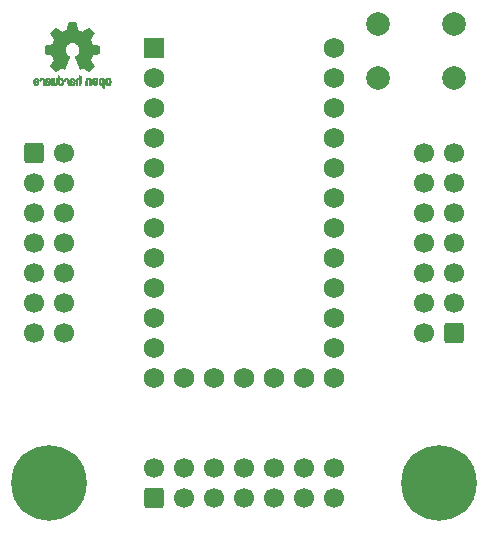
<source format=gbs>
%TF.GenerationSoftware,KiCad,Pcbnew,(6.0.1-0)*%
%TF.CreationDate,2022-02-07T11:31:33+08:00*%
%TF.ProjectId,Pragmatic,50726167-6d61-4746-9963-2e6b69636164,V2*%
%TF.SameCoordinates,Original*%
%TF.FileFunction,Soldermask,Bot*%
%TF.FilePolarity,Negative*%
%FSLAX46Y46*%
G04 Gerber Fmt 4.6, Leading zero omitted, Abs format (unit mm)*
G04 Created by KiCad (PCBNEW (6.0.1-0)) date 2022-02-07 11:31:33*
%MOMM*%
%LPD*%
G01*
G04 APERTURE LIST*
G04 Aperture macros list*
%AMRoundRect*
0 Rectangle with rounded corners*
0 $1 Rounding radius*
0 $2 $3 $4 $5 $6 $7 $8 $9 X,Y pos of 4 corners*
0 Add a 4 corners polygon primitive as box body*
4,1,4,$2,$3,$4,$5,$6,$7,$8,$9,$2,$3,0*
0 Add four circle primitives for the rounded corners*
1,1,$1+$1,$2,$3*
1,1,$1+$1,$4,$5*
1,1,$1+$1,$6,$7*
1,1,$1+$1,$8,$9*
0 Add four rect primitives between the rounded corners*
20,1,$1+$1,$2,$3,$4,$5,0*
20,1,$1+$1,$4,$5,$6,$7,0*
20,1,$1+$1,$6,$7,$8,$9,0*
20,1,$1+$1,$8,$9,$2,$3,0*%
G04 Aperture macros list end*
%ADD10C,0.010000*%
%ADD11RoundRect,0.250000X-0.600000X-0.600000X0.600000X-0.600000X0.600000X0.600000X-0.600000X0.600000X0*%
%ADD12C,1.700000*%
%ADD13RoundRect,0.250000X0.600000X0.600000X-0.600000X0.600000X-0.600000X-0.600000X0.600000X-0.600000X0*%
%ADD14C,2.000000*%
%ADD15R,1.752600X1.752600*%
%ADD16C,1.752600*%
%ADD17C,6.400000*%
%ADD18RoundRect,0.250000X0.600000X-0.600000X0.600000X0.600000X-0.600000X0.600000X-0.600000X-0.600000X0*%
G04 APERTURE END LIST*
D10*
%TO.C,Logo1*%
X123315167Y-52123663D02*
X123312952Y-52161850D01*
X123312952Y-52161850D02*
X123311216Y-52219886D01*
X123311216Y-52219886D02*
X123310101Y-52293180D01*
X123310101Y-52293180D02*
X123309743Y-52370055D01*
X123309743Y-52370055D02*
X123309743Y-52630196D01*
X123309743Y-52630196D02*
X123355674Y-52676127D01*
X123355674Y-52676127D02*
X123387325Y-52704429D01*
X123387325Y-52704429D02*
X123415110Y-52715893D01*
X123415110Y-52715893D02*
X123453085Y-52715168D01*
X123453085Y-52715168D02*
X123468160Y-52713321D01*
X123468160Y-52713321D02*
X123515274Y-52707948D01*
X123515274Y-52707948D02*
X123554244Y-52704869D01*
X123554244Y-52704869D02*
X123563743Y-52704585D01*
X123563743Y-52704585D02*
X123595767Y-52706445D01*
X123595767Y-52706445D02*
X123641568Y-52711114D01*
X123641568Y-52711114D02*
X123659326Y-52713321D01*
X123659326Y-52713321D02*
X123702943Y-52716735D01*
X123702943Y-52716735D02*
X123732255Y-52709320D01*
X123732255Y-52709320D02*
X123761320Y-52686427D01*
X123761320Y-52686427D02*
X123771812Y-52676127D01*
X123771812Y-52676127D02*
X123817743Y-52630196D01*
X123817743Y-52630196D02*
X123817743Y-52143602D01*
X123817743Y-52143602D02*
X123780774Y-52126758D01*
X123780774Y-52126758D02*
X123748941Y-52114282D01*
X123748941Y-52114282D02*
X123730317Y-52109914D01*
X123730317Y-52109914D02*
X123725542Y-52123718D01*
X123725542Y-52123718D02*
X123721079Y-52162286D01*
X123721079Y-52162286D02*
X123717225Y-52221356D01*
X123717225Y-52221356D02*
X123714278Y-52296663D01*
X123714278Y-52296663D02*
X123712857Y-52360286D01*
X123712857Y-52360286D02*
X123708886Y-52610657D01*
X123708886Y-52610657D02*
X123674241Y-52615556D01*
X123674241Y-52615556D02*
X123642732Y-52612131D01*
X123642732Y-52612131D02*
X123627292Y-52601041D01*
X123627292Y-52601041D02*
X123622977Y-52580308D01*
X123622977Y-52580308D02*
X123619292Y-52536145D01*
X123619292Y-52536145D02*
X123616531Y-52474146D01*
X123616531Y-52474146D02*
X123614988Y-52399909D01*
X123614988Y-52399909D02*
X123614765Y-52361706D01*
X123614765Y-52361706D02*
X123614543Y-52141783D01*
X123614543Y-52141783D02*
X123568834Y-52125849D01*
X123568834Y-52125849D02*
X123536482Y-52115015D01*
X123536482Y-52115015D02*
X123518885Y-52109962D01*
X123518885Y-52109962D02*
X123518377Y-52109914D01*
X123518377Y-52109914D02*
X123516612Y-52123648D01*
X123516612Y-52123648D02*
X123514671Y-52161730D01*
X123514671Y-52161730D02*
X123512718Y-52219482D01*
X123512718Y-52219482D02*
X123510916Y-52292227D01*
X123510916Y-52292227D02*
X123509657Y-52360286D01*
X123509657Y-52360286D02*
X123505686Y-52610657D01*
X123505686Y-52610657D02*
X123418600Y-52610657D01*
X123418600Y-52610657D02*
X123414604Y-52382240D01*
X123414604Y-52382240D02*
X123410608Y-52153822D01*
X123410608Y-52153822D02*
X123368153Y-52131868D01*
X123368153Y-52131868D02*
X123336808Y-52116793D01*
X123336808Y-52116793D02*
X123318256Y-52109951D01*
X123318256Y-52109951D02*
X123317721Y-52109914D01*
X123317721Y-52109914D02*
X123315167Y-52123663D01*
X123315167Y-52123663D02*
X123315167Y-52123663D01*
G36*
X123748941Y-52114282D02*
G01*
X123780774Y-52126758D01*
X123817743Y-52143602D01*
X123817743Y-52630196D01*
X123771812Y-52676127D01*
X123761320Y-52686427D01*
X123732255Y-52709320D01*
X123702943Y-52716735D01*
X123659326Y-52713321D01*
X123641568Y-52711114D01*
X123595767Y-52706445D01*
X123563743Y-52704585D01*
X123554244Y-52704869D01*
X123515274Y-52707948D01*
X123468160Y-52713321D01*
X123453085Y-52715168D01*
X123415110Y-52715893D01*
X123387325Y-52704429D01*
X123355674Y-52676127D01*
X123309743Y-52630196D01*
X123309743Y-52370055D01*
X123310101Y-52293180D01*
X123311216Y-52219886D01*
X123312952Y-52161850D01*
X123315167Y-52123663D01*
X123317721Y-52109914D01*
X123318256Y-52109951D01*
X123336808Y-52116793D01*
X123368153Y-52131868D01*
X123410608Y-52153822D01*
X123414604Y-52382240D01*
X123418600Y-52610657D01*
X123505686Y-52610657D01*
X123509657Y-52360286D01*
X123510916Y-52292227D01*
X123512718Y-52219482D01*
X123514671Y-52161730D01*
X123516612Y-52123648D01*
X123518377Y-52109914D01*
X123518885Y-52109962D01*
X123536482Y-52115015D01*
X123568834Y-52125849D01*
X123614543Y-52141783D01*
X123614765Y-52361706D01*
X123614988Y-52399909D01*
X123616531Y-52474146D01*
X123619292Y-52536145D01*
X123622977Y-52580308D01*
X123627292Y-52601041D01*
X123642732Y-52612131D01*
X123674241Y-52615556D01*
X123708886Y-52610657D01*
X123712857Y-52360286D01*
X123714278Y-52296663D01*
X123717225Y-52221356D01*
X123721079Y-52162286D01*
X123725542Y-52123718D01*
X123730317Y-52109914D01*
X123748941Y-52114282D01*
G37*
X123748941Y-52114282D02*
X123780774Y-52126758D01*
X123817743Y-52143602D01*
X123817743Y-52630196D01*
X123771812Y-52676127D01*
X123761320Y-52686427D01*
X123732255Y-52709320D01*
X123702943Y-52716735D01*
X123659326Y-52713321D01*
X123641568Y-52711114D01*
X123595767Y-52706445D01*
X123563743Y-52704585D01*
X123554244Y-52704869D01*
X123515274Y-52707948D01*
X123468160Y-52713321D01*
X123453085Y-52715168D01*
X123415110Y-52715893D01*
X123387325Y-52704429D01*
X123355674Y-52676127D01*
X123309743Y-52630196D01*
X123309743Y-52370055D01*
X123310101Y-52293180D01*
X123311216Y-52219886D01*
X123312952Y-52161850D01*
X123315167Y-52123663D01*
X123317721Y-52109914D01*
X123318256Y-52109951D01*
X123336808Y-52116793D01*
X123368153Y-52131868D01*
X123410608Y-52153822D01*
X123414604Y-52382240D01*
X123418600Y-52610657D01*
X123505686Y-52610657D01*
X123509657Y-52360286D01*
X123510916Y-52292227D01*
X123512718Y-52219482D01*
X123514671Y-52161730D01*
X123516612Y-52123648D01*
X123518377Y-52109914D01*
X123518885Y-52109962D01*
X123536482Y-52115015D01*
X123568834Y-52125849D01*
X123614543Y-52141783D01*
X123614765Y-52361706D01*
X123614988Y-52399909D01*
X123616531Y-52474146D01*
X123619292Y-52536145D01*
X123622977Y-52580308D01*
X123627292Y-52601041D01*
X123642732Y-52612131D01*
X123674241Y-52615556D01*
X123708886Y-52610657D01*
X123712857Y-52360286D01*
X123714278Y-52296663D01*
X123717225Y-52221356D01*
X123721079Y-52162286D01*
X123725542Y-52123718D01*
X123730317Y-52109914D01*
X123748941Y-52114282D01*
X124991090Y-47407348D02*
X124912546Y-47407778D01*
X124912546Y-47407778D02*
X124855702Y-47408942D01*
X124855702Y-47408942D02*
X124816895Y-47411207D01*
X124816895Y-47411207D02*
X124792462Y-47414940D01*
X124792462Y-47414940D02*
X124778738Y-47420506D01*
X124778738Y-47420506D02*
X124772060Y-47428273D01*
X124772060Y-47428273D02*
X124768764Y-47438605D01*
X124768764Y-47438605D02*
X124768444Y-47439943D01*
X124768444Y-47439943D02*
X124763438Y-47464079D01*
X124763438Y-47464079D02*
X124754171Y-47511701D01*
X124754171Y-47511701D02*
X124741608Y-47577741D01*
X124741608Y-47577741D02*
X124726713Y-47657128D01*
X124726713Y-47657128D02*
X124710449Y-47744796D01*
X124710449Y-47744796D02*
X124709881Y-47747875D01*
X124709881Y-47747875D02*
X124693590Y-47833789D01*
X124693590Y-47833789D02*
X124678348Y-47909696D01*
X124678348Y-47909696D02*
X124665139Y-47971045D01*
X124665139Y-47971045D02*
X124654946Y-48013282D01*
X124654946Y-48013282D02*
X124648752Y-48031855D01*
X124648752Y-48031855D02*
X124648457Y-48032184D01*
X124648457Y-48032184D02*
X124630212Y-48041253D01*
X124630212Y-48041253D02*
X124592595Y-48056367D01*
X124592595Y-48056367D02*
X124543729Y-48074262D01*
X124543729Y-48074262D02*
X124543457Y-48074358D01*
X124543457Y-48074358D02*
X124481907Y-48097493D01*
X124481907Y-48097493D02*
X124409343Y-48126965D01*
X124409343Y-48126965D02*
X124340943Y-48156597D01*
X124340943Y-48156597D02*
X124337706Y-48158062D01*
X124337706Y-48158062D02*
X124226298Y-48208626D01*
X124226298Y-48208626D02*
X123979601Y-48040160D01*
X123979601Y-48040160D02*
X123903923Y-47988803D01*
X123903923Y-47988803D02*
X123835369Y-47942889D01*
X123835369Y-47942889D02*
X123777912Y-47905030D01*
X123777912Y-47905030D02*
X123735524Y-47877837D01*
X123735524Y-47877837D02*
X123712175Y-47863921D01*
X123712175Y-47863921D02*
X123709958Y-47862889D01*
X123709958Y-47862889D02*
X123692990Y-47867484D01*
X123692990Y-47867484D02*
X123661299Y-47889655D01*
X123661299Y-47889655D02*
X123613648Y-47930447D01*
X123613648Y-47930447D02*
X123548802Y-47990905D01*
X123548802Y-47990905D02*
X123482603Y-48055227D01*
X123482603Y-48055227D02*
X123418786Y-48118612D01*
X123418786Y-48118612D02*
X123361671Y-48176451D01*
X123361671Y-48176451D02*
X123314695Y-48225175D01*
X123314695Y-48225175D02*
X123281297Y-48261210D01*
X123281297Y-48261210D02*
X123264915Y-48280984D01*
X123264915Y-48280984D02*
X123264306Y-48282002D01*
X123264306Y-48282002D02*
X123262495Y-48295572D01*
X123262495Y-48295572D02*
X123269317Y-48317733D01*
X123269317Y-48317733D02*
X123286460Y-48351478D01*
X123286460Y-48351478D02*
X123315607Y-48399800D01*
X123315607Y-48399800D02*
X123358445Y-48465692D01*
X123358445Y-48465692D02*
X123415552Y-48550517D01*
X123415552Y-48550517D02*
X123466234Y-48625177D01*
X123466234Y-48625177D02*
X123511539Y-48692140D01*
X123511539Y-48692140D02*
X123548850Y-48747516D01*
X123548850Y-48747516D02*
X123575548Y-48787420D01*
X123575548Y-48787420D02*
X123589015Y-48807962D01*
X123589015Y-48807962D02*
X123589863Y-48809356D01*
X123589863Y-48809356D02*
X123588219Y-48829038D01*
X123588219Y-48829038D02*
X123575755Y-48867293D01*
X123575755Y-48867293D02*
X123554952Y-48916889D01*
X123554952Y-48916889D02*
X123547538Y-48932728D01*
X123547538Y-48932728D02*
X123515186Y-49003290D01*
X123515186Y-49003290D02*
X123480672Y-49083353D01*
X123480672Y-49083353D02*
X123452635Y-49152629D01*
X123452635Y-49152629D02*
X123432432Y-49204045D01*
X123432432Y-49204045D02*
X123416385Y-49243119D01*
X123416385Y-49243119D02*
X123407112Y-49263541D01*
X123407112Y-49263541D02*
X123405959Y-49265114D01*
X123405959Y-49265114D02*
X123388904Y-49267721D01*
X123388904Y-49267721D02*
X123348702Y-49274863D01*
X123348702Y-49274863D02*
X123290698Y-49285523D01*
X123290698Y-49285523D02*
X123220237Y-49298685D01*
X123220237Y-49298685D02*
X123142665Y-49313333D01*
X123142665Y-49313333D02*
X123063328Y-49328449D01*
X123063328Y-49328449D02*
X122987569Y-49343018D01*
X122987569Y-49343018D02*
X122920736Y-49356022D01*
X122920736Y-49356022D02*
X122868172Y-49366445D01*
X122868172Y-49366445D02*
X122835224Y-49373270D01*
X122835224Y-49373270D02*
X122827143Y-49375199D01*
X122827143Y-49375199D02*
X122818795Y-49379962D01*
X122818795Y-49379962D02*
X122812494Y-49390718D01*
X122812494Y-49390718D02*
X122807955Y-49411098D01*
X122807955Y-49411098D02*
X122804896Y-49444734D01*
X122804896Y-49444734D02*
X122803033Y-49495255D01*
X122803033Y-49495255D02*
X122802082Y-49566292D01*
X122802082Y-49566292D02*
X122801760Y-49661476D01*
X122801760Y-49661476D02*
X122801743Y-49700492D01*
X122801743Y-49700492D02*
X122801743Y-50017799D01*
X122801743Y-50017799D02*
X122877943Y-50032839D01*
X122877943Y-50032839D02*
X122920337Y-50040995D01*
X122920337Y-50040995D02*
X122983600Y-50052899D01*
X122983600Y-50052899D02*
X123060038Y-50067116D01*
X123060038Y-50067116D02*
X123141957Y-50082210D01*
X123141957Y-50082210D02*
X123164600Y-50086355D01*
X123164600Y-50086355D02*
X123240194Y-50101053D01*
X123240194Y-50101053D02*
X123306047Y-50115505D01*
X123306047Y-50115505D02*
X123356634Y-50128375D01*
X123356634Y-50128375D02*
X123386426Y-50138322D01*
X123386426Y-50138322D02*
X123391388Y-50141287D01*
X123391388Y-50141287D02*
X123403574Y-50162283D01*
X123403574Y-50162283D02*
X123421047Y-50202967D01*
X123421047Y-50202967D02*
X123440423Y-50255322D01*
X123440423Y-50255322D02*
X123444266Y-50266600D01*
X123444266Y-50266600D02*
X123469661Y-50336523D01*
X123469661Y-50336523D02*
X123501183Y-50415418D01*
X123501183Y-50415418D02*
X123532031Y-50486266D01*
X123532031Y-50486266D02*
X123532183Y-50486595D01*
X123532183Y-50486595D02*
X123583553Y-50597733D01*
X123583553Y-50597733D02*
X123414601Y-50846253D01*
X123414601Y-50846253D02*
X123245648Y-51094772D01*
X123245648Y-51094772D02*
X123462571Y-51312058D01*
X123462571Y-51312058D02*
X123528181Y-51376726D01*
X123528181Y-51376726D02*
X123588021Y-51433733D01*
X123588021Y-51433733D02*
X123638733Y-51480033D01*
X123638733Y-51480033D02*
X123676954Y-51512584D01*
X123676954Y-51512584D02*
X123699325Y-51528343D01*
X123699325Y-51528343D02*
X123702534Y-51529343D01*
X123702534Y-51529343D02*
X123721374Y-51521469D01*
X123721374Y-51521469D02*
X123759820Y-51499578D01*
X123759820Y-51499578D02*
X123813670Y-51466267D01*
X123813670Y-51466267D02*
X123878724Y-51424131D01*
X123878724Y-51424131D02*
X123949060Y-51376943D01*
X123949060Y-51376943D02*
X124020445Y-51328810D01*
X124020445Y-51328810D02*
X124084092Y-51286928D01*
X124084092Y-51286928D02*
X124135959Y-51253871D01*
X124135959Y-51253871D02*
X124172005Y-51232218D01*
X124172005Y-51232218D02*
X124188133Y-51224543D01*
X124188133Y-51224543D02*
X124207811Y-51231037D01*
X124207811Y-51231037D02*
X124245125Y-51248150D01*
X124245125Y-51248150D02*
X124292379Y-51272326D01*
X124292379Y-51272326D02*
X124297388Y-51275013D01*
X124297388Y-51275013D02*
X124361023Y-51306927D01*
X124361023Y-51306927D02*
X124404659Y-51322579D01*
X124404659Y-51322579D02*
X124431798Y-51322745D01*
X124431798Y-51322745D02*
X124445943Y-51308204D01*
X124445943Y-51308204D02*
X124446025Y-51308000D01*
X124446025Y-51308000D02*
X124453095Y-51290779D01*
X124453095Y-51290779D02*
X124469958Y-51249899D01*
X124469958Y-51249899D02*
X124495305Y-51188525D01*
X124495305Y-51188525D02*
X124527829Y-51109819D01*
X124527829Y-51109819D02*
X124566222Y-51016947D01*
X124566222Y-51016947D02*
X124609178Y-50913072D01*
X124609178Y-50913072D02*
X124650778Y-50812502D01*
X124650778Y-50812502D02*
X124696496Y-50701516D01*
X124696496Y-50701516D02*
X124738474Y-50598703D01*
X124738474Y-50598703D02*
X124775452Y-50507215D01*
X124775452Y-50507215D02*
X124806173Y-50430201D01*
X124806173Y-50430201D02*
X124829378Y-50370815D01*
X124829378Y-50370815D02*
X124843810Y-50332209D01*
X124843810Y-50332209D02*
X124848257Y-50317800D01*
X124848257Y-50317800D02*
X124837104Y-50301272D01*
X124837104Y-50301272D02*
X124807931Y-50274930D01*
X124807931Y-50274930D02*
X124769029Y-50245887D01*
X124769029Y-50245887D02*
X124658243Y-50154039D01*
X124658243Y-50154039D02*
X124571649Y-50048759D01*
X124571649Y-50048759D02*
X124510284Y-49932266D01*
X124510284Y-49932266D02*
X124475185Y-49806776D01*
X124475185Y-49806776D02*
X124467392Y-49674507D01*
X124467392Y-49674507D02*
X124473057Y-49613457D01*
X124473057Y-49613457D02*
X124503922Y-49486795D01*
X124503922Y-49486795D02*
X124557080Y-49374941D01*
X124557080Y-49374941D02*
X124629233Y-49279001D01*
X124629233Y-49279001D02*
X124717083Y-49200076D01*
X124717083Y-49200076D02*
X124817335Y-49139270D01*
X124817335Y-49139270D02*
X124926690Y-49097687D01*
X124926690Y-49097687D02*
X125041853Y-49076428D01*
X125041853Y-49076428D02*
X125159525Y-49076599D01*
X125159525Y-49076599D02*
X125276410Y-49099301D01*
X125276410Y-49099301D02*
X125389211Y-49145638D01*
X125389211Y-49145638D02*
X125494631Y-49216713D01*
X125494631Y-49216713D02*
X125538632Y-49256911D01*
X125538632Y-49256911D02*
X125623021Y-49360129D01*
X125623021Y-49360129D02*
X125681778Y-49472925D01*
X125681778Y-49472925D02*
X125715296Y-49592010D01*
X125715296Y-49592010D02*
X125723965Y-49714095D01*
X125723965Y-49714095D02*
X125708177Y-49835893D01*
X125708177Y-49835893D02*
X125668322Y-49954116D01*
X125668322Y-49954116D02*
X125604793Y-50065475D01*
X125604793Y-50065475D02*
X125517979Y-50166684D01*
X125517979Y-50166684D02*
X125420971Y-50245887D01*
X125420971Y-50245887D02*
X125380563Y-50276162D01*
X125380563Y-50276162D02*
X125352018Y-50302219D01*
X125352018Y-50302219D02*
X125341743Y-50317825D01*
X125341743Y-50317825D02*
X125347123Y-50334843D01*
X125347123Y-50334843D02*
X125362425Y-50375500D01*
X125362425Y-50375500D02*
X125386388Y-50436642D01*
X125386388Y-50436642D02*
X125417756Y-50515119D01*
X125417756Y-50515119D02*
X125455268Y-50607780D01*
X125455268Y-50607780D02*
X125497667Y-50711472D01*
X125497667Y-50711472D02*
X125539337Y-50812526D01*
X125539337Y-50812526D02*
X125585310Y-50923607D01*
X125585310Y-50923607D02*
X125627893Y-51026541D01*
X125627893Y-51026541D02*
X125665779Y-51118165D01*
X125665779Y-51118165D02*
X125697660Y-51195316D01*
X125697660Y-51195316D02*
X125722229Y-51254831D01*
X125722229Y-51254831D02*
X125738180Y-51293544D01*
X125738180Y-51293544D02*
X125744090Y-51308000D01*
X125744090Y-51308000D02*
X125758052Y-51322685D01*
X125758052Y-51322685D02*
X125785060Y-51322642D01*
X125785060Y-51322642D02*
X125828587Y-51307099D01*
X125828587Y-51307099D02*
X125892110Y-51275284D01*
X125892110Y-51275284D02*
X125892612Y-51275013D01*
X125892612Y-51275013D02*
X125940440Y-51250323D01*
X125940440Y-51250323D02*
X125979103Y-51232338D01*
X125979103Y-51232338D02*
X126000905Y-51224614D01*
X126000905Y-51224614D02*
X126001867Y-51224543D01*
X126001867Y-51224543D02*
X126018279Y-51232378D01*
X126018279Y-51232378D02*
X126054513Y-51254165D01*
X126054513Y-51254165D02*
X126106526Y-51287328D01*
X126106526Y-51287328D02*
X126170275Y-51329291D01*
X126170275Y-51329291D02*
X126240940Y-51376943D01*
X126240940Y-51376943D02*
X126312884Y-51425191D01*
X126312884Y-51425191D02*
X126377726Y-51467151D01*
X126377726Y-51467151D02*
X126431265Y-51500227D01*
X126431265Y-51500227D02*
X126469303Y-51521821D01*
X126469303Y-51521821D02*
X126487467Y-51529343D01*
X126487467Y-51529343D02*
X126504192Y-51519457D01*
X126504192Y-51519457D02*
X126537820Y-51491826D01*
X126537820Y-51491826D02*
X126584990Y-51449495D01*
X126584990Y-51449495D02*
X126642342Y-51395505D01*
X126642342Y-51395505D02*
X126706516Y-51332899D01*
X126706516Y-51332899D02*
X126727503Y-51311983D01*
X126727503Y-51311983D02*
X126944501Y-51094623D01*
X126944501Y-51094623D02*
X126779332Y-50852220D01*
X126779332Y-50852220D02*
X126729136Y-50777781D01*
X126729136Y-50777781D02*
X126685081Y-50710972D01*
X126685081Y-50710972D02*
X126649638Y-50655665D01*
X126649638Y-50655665D02*
X126625281Y-50615729D01*
X126625281Y-50615729D02*
X126614478Y-50595036D01*
X126614478Y-50595036D02*
X126614162Y-50593563D01*
X126614162Y-50593563D02*
X126619857Y-50574058D01*
X126619857Y-50574058D02*
X126635174Y-50534822D01*
X126635174Y-50534822D02*
X126657463Y-50482430D01*
X126657463Y-50482430D02*
X126673107Y-50447355D01*
X126673107Y-50447355D02*
X126702359Y-50380201D01*
X126702359Y-50380201D02*
X126729906Y-50312358D01*
X126729906Y-50312358D02*
X126751263Y-50255034D01*
X126751263Y-50255034D02*
X126757065Y-50237572D01*
X126757065Y-50237572D02*
X126773548Y-50190938D01*
X126773548Y-50190938D02*
X126789660Y-50154905D01*
X126789660Y-50154905D02*
X126798510Y-50141287D01*
X126798510Y-50141287D02*
X126818040Y-50132952D01*
X126818040Y-50132952D02*
X126860666Y-50121137D01*
X126860666Y-50121137D02*
X126920855Y-50107181D01*
X126920855Y-50107181D02*
X126993078Y-50092422D01*
X126993078Y-50092422D02*
X127025400Y-50086355D01*
X127025400Y-50086355D02*
X127107478Y-50071273D01*
X127107478Y-50071273D02*
X127186205Y-50056669D01*
X127186205Y-50056669D02*
X127253891Y-50043980D01*
X127253891Y-50043980D02*
X127302840Y-50034642D01*
X127302840Y-50034642D02*
X127312057Y-50032839D01*
X127312057Y-50032839D02*
X127388257Y-50017799D01*
X127388257Y-50017799D02*
X127388257Y-49700492D01*
X127388257Y-49700492D02*
X127388086Y-49596154D01*
X127388086Y-49596154D02*
X127387384Y-49517213D01*
X127387384Y-49517213D02*
X127385866Y-49460038D01*
X127385866Y-49460038D02*
X127383251Y-49420999D01*
X127383251Y-49420999D02*
X127379254Y-49396465D01*
X127379254Y-49396465D02*
X127373591Y-49382805D01*
X127373591Y-49382805D02*
X127365980Y-49376389D01*
X127365980Y-49376389D02*
X127362857Y-49375199D01*
X127362857Y-49375199D02*
X127344022Y-49370980D01*
X127344022Y-49370980D02*
X127302412Y-49362562D01*
X127302412Y-49362562D02*
X127243370Y-49350961D01*
X127243370Y-49350961D02*
X127172243Y-49337195D01*
X127172243Y-49337195D02*
X127094375Y-49322280D01*
X127094375Y-49322280D02*
X127015113Y-49307232D01*
X127015113Y-49307232D02*
X126939802Y-49293069D01*
X126939802Y-49293069D02*
X126873787Y-49280806D01*
X126873787Y-49280806D02*
X126822413Y-49271461D01*
X126822413Y-49271461D02*
X126791025Y-49266050D01*
X126791025Y-49266050D02*
X126784041Y-49265114D01*
X126784041Y-49265114D02*
X126777715Y-49252596D01*
X126777715Y-49252596D02*
X126763710Y-49219246D01*
X126763710Y-49219246D02*
X126744645Y-49171377D01*
X126744645Y-49171377D02*
X126737366Y-49152629D01*
X126737366Y-49152629D02*
X126708004Y-49080195D01*
X126708004Y-49080195D02*
X126673429Y-49000170D01*
X126673429Y-49000170D02*
X126642463Y-48932728D01*
X126642463Y-48932728D02*
X126619677Y-48881159D01*
X126619677Y-48881159D02*
X126604518Y-48838785D01*
X126604518Y-48838785D02*
X126599458Y-48812834D01*
X126599458Y-48812834D02*
X126600264Y-48809356D01*
X126600264Y-48809356D02*
X126610959Y-48792936D01*
X126610959Y-48792936D02*
X126635380Y-48756417D01*
X126635380Y-48756417D02*
X126670905Y-48703687D01*
X126670905Y-48703687D02*
X126714913Y-48638635D01*
X126714913Y-48638635D02*
X126764783Y-48565151D01*
X126764783Y-48565151D02*
X126774644Y-48550645D01*
X126774644Y-48550645D02*
X126832508Y-48464704D01*
X126832508Y-48464704D02*
X126875044Y-48399261D01*
X126875044Y-48399261D02*
X126903946Y-48351304D01*
X126903946Y-48351304D02*
X126920910Y-48317820D01*
X126920910Y-48317820D02*
X126927633Y-48295795D01*
X126927633Y-48295795D02*
X126925810Y-48282217D01*
X126925810Y-48282217D02*
X126925764Y-48282131D01*
X126925764Y-48282131D02*
X126911414Y-48264297D01*
X126911414Y-48264297D02*
X126879677Y-48229817D01*
X126879677Y-48229817D02*
X126833990Y-48182268D01*
X126833990Y-48182268D02*
X126777796Y-48125222D01*
X126777796Y-48125222D02*
X126714532Y-48062255D01*
X126714532Y-48062255D02*
X126707398Y-48055227D01*
X126707398Y-48055227D02*
X126627670Y-47978020D01*
X126627670Y-47978020D02*
X126566143Y-47921330D01*
X126566143Y-47921330D02*
X126521579Y-47884110D01*
X126521579Y-47884110D02*
X126492743Y-47865315D01*
X126492743Y-47865315D02*
X126480042Y-47862889D01*
X126480042Y-47862889D02*
X126461506Y-47873471D01*
X126461506Y-47873471D02*
X126423039Y-47897916D01*
X126423039Y-47897916D02*
X126368614Y-47933612D01*
X126368614Y-47933612D02*
X126302202Y-47977947D01*
X126302202Y-47977947D02*
X126227775Y-48028311D01*
X126227775Y-48028311D02*
X126210399Y-48040160D01*
X126210399Y-48040160D02*
X125963703Y-48208626D01*
X125963703Y-48208626D02*
X125852294Y-48158062D01*
X125852294Y-48158062D02*
X125784543Y-48128595D01*
X125784543Y-48128595D02*
X125711817Y-48098959D01*
X125711817Y-48098959D02*
X125649297Y-48075330D01*
X125649297Y-48075330D02*
X125646543Y-48074358D01*
X125646543Y-48074358D02*
X125597640Y-48056457D01*
X125597640Y-48056457D02*
X125559943Y-48041320D01*
X125559943Y-48041320D02*
X125541575Y-48032210D01*
X125541575Y-48032210D02*
X125541544Y-48032184D01*
X125541544Y-48032184D02*
X125535715Y-48015717D01*
X125535715Y-48015717D02*
X125525808Y-47975219D01*
X125525808Y-47975219D02*
X125512805Y-47915242D01*
X125512805Y-47915242D02*
X125497691Y-47840340D01*
X125497691Y-47840340D02*
X125481448Y-47755064D01*
X125481448Y-47755064D02*
X125480119Y-47747875D01*
X125480119Y-47747875D02*
X125463825Y-47660014D01*
X125463825Y-47660014D02*
X125448867Y-47580260D01*
X125448867Y-47580260D02*
X125436209Y-47513681D01*
X125436209Y-47513681D02*
X125426814Y-47465347D01*
X125426814Y-47465347D02*
X125421646Y-47440325D01*
X125421646Y-47440325D02*
X125421556Y-47439943D01*
X125421556Y-47439943D02*
X125418411Y-47429299D01*
X125418411Y-47429299D02*
X125412296Y-47421262D01*
X125412296Y-47421262D02*
X125399547Y-47415467D01*
X125399547Y-47415467D02*
X125376500Y-47411547D01*
X125376500Y-47411547D02*
X125339491Y-47409135D01*
X125339491Y-47409135D02*
X125284856Y-47407865D01*
X125284856Y-47407865D02*
X125208933Y-47407371D01*
X125208933Y-47407371D02*
X125108056Y-47407286D01*
X125108056Y-47407286D02*
X125095000Y-47407286D01*
X125095000Y-47407286D02*
X124991090Y-47407348D01*
X124991090Y-47407348D02*
X124991090Y-47407348D01*
G36*
X125208933Y-47407371D02*
G01*
X125284856Y-47407865D01*
X125339491Y-47409135D01*
X125376500Y-47411547D01*
X125399547Y-47415467D01*
X125412296Y-47421262D01*
X125418411Y-47429299D01*
X125421556Y-47439943D01*
X125421646Y-47440325D01*
X125426814Y-47465347D01*
X125436209Y-47513681D01*
X125448867Y-47580260D01*
X125463825Y-47660014D01*
X125480119Y-47747875D01*
X125481448Y-47755064D01*
X125497691Y-47840340D01*
X125512805Y-47915242D01*
X125525808Y-47975219D01*
X125535715Y-48015717D01*
X125541544Y-48032184D01*
X125541575Y-48032210D01*
X125559943Y-48041320D01*
X125597640Y-48056457D01*
X125646543Y-48074358D01*
X125649297Y-48075330D01*
X125711817Y-48098959D01*
X125784543Y-48128595D01*
X125852294Y-48158062D01*
X125963703Y-48208626D01*
X126210399Y-48040160D01*
X126227775Y-48028311D01*
X126302202Y-47977947D01*
X126368614Y-47933612D01*
X126423039Y-47897916D01*
X126461506Y-47873471D01*
X126480042Y-47862889D01*
X126492743Y-47865315D01*
X126521579Y-47884110D01*
X126566143Y-47921330D01*
X126627670Y-47978020D01*
X126707398Y-48055227D01*
X126714532Y-48062255D01*
X126777796Y-48125222D01*
X126833990Y-48182268D01*
X126879677Y-48229817D01*
X126911414Y-48264297D01*
X126925764Y-48282131D01*
X126925810Y-48282217D01*
X126927633Y-48295795D01*
X126920910Y-48317820D01*
X126903946Y-48351304D01*
X126875044Y-48399261D01*
X126832508Y-48464704D01*
X126774644Y-48550645D01*
X126764783Y-48565151D01*
X126714913Y-48638635D01*
X126670905Y-48703687D01*
X126635380Y-48756417D01*
X126610959Y-48792936D01*
X126600264Y-48809356D01*
X126599458Y-48812834D01*
X126604518Y-48838785D01*
X126619677Y-48881159D01*
X126642463Y-48932728D01*
X126673429Y-49000170D01*
X126708004Y-49080195D01*
X126737366Y-49152629D01*
X126744645Y-49171377D01*
X126763710Y-49219246D01*
X126777715Y-49252596D01*
X126784041Y-49265114D01*
X126791025Y-49266050D01*
X126822413Y-49271461D01*
X126873787Y-49280806D01*
X126939802Y-49293069D01*
X127015113Y-49307232D01*
X127094375Y-49322280D01*
X127172243Y-49337195D01*
X127243370Y-49350961D01*
X127302412Y-49362562D01*
X127344022Y-49370980D01*
X127362857Y-49375199D01*
X127365980Y-49376389D01*
X127373591Y-49382805D01*
X127379254Y-49396465D01*
X127383251Y-49420999D01*
X127385866Y-49460038D01*
X127387384Y-49517213D01*
X127388086Y-49596154D01*
X127388257Y-49700492D01*
X127388257Y-50017799D01*
X127312057Y-50032839D01*
X127302840Y-50034642D01*
X127253891Y-50043980D01*
X127186205Y-50056669D01*
X127107478Y-50071273D01*
X127025400Y-50086355D01*
X126993078Y-50092422D01*
X126920855Y-50107181D01*
X126860666Y-50121137D01*
X126818040Y-50132952D01*
X126798510Y-50141287D01*
X126789660Y-50154905D01*
X126773548Y-50190938D01*
X126757065Y-50237572D01*
X126751263Y-50255034D01*
X126729906Y-50312358D01*
X126702359Y-50380201D01*
X126673107Y-50447355D01*
X126657463Y-50482430D01*
X126635174Y-50534822D01*
X126619857Y-50574058D01*
X126614162Y-50593563D01*
X126614478Y-50595036D01*
X126625281Y-50615729D01*
X126649638Y-50655665D01*
X126685081Y-50710972D01*
X126729136Y-50777781D01*
X126779332Y-50852220D01*
X126944501Y-51094623D01*
X126727503Y-51311983D01*
X126706516Y-51332899D01*
X126642342Y-51395505D01*
X126584990Y-51449495D01*
X126537820Y-51491826D01*
X126504192Y-51519457D01*
X126487467Y-51529343D01*
X126469303Y-51521821D01*
X126431265Y-51500227D01*
X126377726Y-51467151D01*
X126312884Y-51425191D01*
X126240940Y-51376943D01*
X126170275Y-51329291D01*
X126106526Y-51287328D01*
X126054513Y-51254165D01*
X126018279Y-51232378D01*
X126001867Y-51224543D01*
X126000905Y-51224614D01*
X125979103Y-51232338D01*
X125940440Y-51250323D01*
X125892612Y-51275013D01*
X125892110Y-51275284D01*
X125828587Y-51307099D01*
X125785060Y-51322642D01*
X125758052Y-51322685D01*
X125744090Y-51308000D01*
X125738180Y-51293544D01*
X125722229Y-51254831D01*
X125697660Y-51195316D01*
X125665779Y-51118165D01*
X125627893Y-51026541D01*
X125585310Y-50923607D01*
X125539337Y-50812526D01*
X125497667Y-50711472D01*
X125455268Y-50607780D01*
X125417756Y-50515119D01*
X125386388Y-50436642D01*
X125362425Y-50375500D01*
X125347123Y-50334843D01*
X125341743Y-50317825D01*
X125352018Y-50302219D01*
X125380563Y-50276162D01*
X125420971Y-50245887D01*
X125517979Y-50166684D01*
X125604793Y-50065475D01*
X125668322Y-49954116D01*
X125708177Y-49835893D01*
X125723965Y-49714095D01*
X125715296Y-49592010D01*
X125681778Y-49472925D01*
X125623021Y-49360129D01*
X125538632Y-49256911D01*
X125494631Y-49216713D01*
X125389211Y-49145638D01*
X125276410Y-49099301D01*
X125159525Y-49076599D01*
X125041853Y-49076428D01*
X124926690Y-49097687D01*
X124817335Y-49139270D01*
X124717083Y-49200076D01*
X124629233Y-49279001D01*
X124557080Y-49374941D01*
X124503922Y-49486795D01*
X124473057Y-49613457D01*
X124467392Y-49674507D01*
X124475185Y-49806776D01*
X124510284Y-49932266D01*
X124571649Y-50048759D01*
X124658243Y-50154039D01*
X124769029Y-50245887D01*
X124807931Y-50274930D01*
X124837104Y-50301272D01*
X124848257Y-50317800D01*
X124843810Y-50332209D01*
X124829378Y-50370815D01*
X124806173Y-50430201D01*
X124775452Y-50507215D01*
X124738474Y-50598703D01*
X124696496Y-50701516D01*
X124650778Y-50812502D01*
X124609178Y-50913072D01*
X124566222Y-51016947D01*
X124527829Y-51109819D01*
X124495305Y-51188525D01*
X124469958Y-51249899D01*
X124453095Y-51290779D01*
X124446025Y-51308000D01*
X124445943Y-51308204D01*
X124431798Y-51322745D01*
X124404659Y-51322579D01*
X124361023Y-51306927D01*
X124297388Y-51275013D01*
X124292379Y-51272326D01*
X124245125Y-51248150D01*
X124207811Y-51231037D01*
X124188133Y-51224543D01*
X124172005Y-51232218D01*
X124135959Y-51253871D01*
X124084092Y-51286928D01*
X124020445Y-51328810D01*
X123949060Y-51376943D01*
X123878724Y-51424131D01*
X123813670Y-51466267D01*
X123759820Y-51499578D01*
X123721374Y-51521469D01*
X123702534Y-51529343D01*
X123699325Y-51528343D01*
X123676954Y-51512584D01*
X123638733Y-51480033D01*
X123588021Y-51433733D01*
X123528181Y-51376726D01*
X123462571Y-51312058D01*
X123245648Y-51094772D01*
X123414601Y-50846253D01*
X123583553Y-50597733D01*
X123532183Y-50486595D01*
X123532031Y-50486266D01*
X123501183Y-50415418D01*
X123469661Y-50336523D01*
X123444266Y-50266600D01*
X123440423Y-50255322D01*
X123421047Y-50202967D01*
X123403574Y-50162283D01*
X123391388Y-50141287D01*
X123386426Y-50138322D01*
X123356634Y-50128375D01*
X123306047Y-50115505D01*
X123240194Y-50101053D01*
X123164600Y-50086355D01*
X123141957Y-50082210D01*
X123060038Y-50067116D01*
X122983600Y-50052899D01*
X122920337Y-50040995D01*
X122877943Y-50032839D01*
X122801743Y-50017799D01*
X122801743Y-49700492D01*
X122801760Y-49661476D01*
X122802082Y-49566292D01*
X122803033Y-49495255D01*
X122804896Y-49444734D01*
X122807955Y-49411098D01*
X122812494Y-49390718D01*
X122818795Y-49379962D01*
X122827143Y-49375199D01*
X122835224Y-49373270D01*
X122868172Y-49366445D01*
X122920736Y-49356022D01*
X122987569Y-49343018D01*
X123063328Y-49328449D01*
X123142665Y-49313333D01*
X123220237Y-49298685D01*
X123290698Y-49285523D01*
X123348702Y-49274863D01*
X123388904Y-49267721D01*
X123405959Y-49265114D01*
X123407112Y-49263541D01*
X123416385Y-49243119D01*
X123432432Y-49204045D01*
X123452635Y-49152629D01*
X123480672Y-49083353D01*
X123515186Y-49003290D01*
X123547538Y-48932728D01*
X123554952Y-48916889D01*
X123575755Y-48867293D01*
X123588219Y-48829038D01*
X123589863Y-48809356D01*
X123589015Y-48807962D01*
X123575548Y-48787420D01*
X123548850Y-48747516D01*
X123511539Y-48692140D01*
X123466234Y-48625177D01*
X123415552Y-48550517D01*
X123358445Y-48465692D01*
X123315607Y-48399800D01*
X123286460Y-48351478D01*
X123269317Y-48317733D01*
X123262495Y-48295572D01*
X123264306Y-48282002D01*
X123264915Y-48280984D01*
X123281297Y-48261210D01*
X123314695Y-48225175D01*
X123361671Y-48176451D01*
X123418786Y-48118612D01*
X123482603Y-48055227D01*
X123548802Y-47990905D01*
X123613648Y-47930447D01*
X123661299Y-47889655D01*
X123692990Y-47867484D01*
X123709958Y-47862889D01*
X123712175Y-47863921D01*
X123735524Y-47877837D01*
X123777912Y-47905030D01*
X123835369Y-47942889D01*
X123903923Y-47988803D01*
X123979601Y-48040160D01*
X124226298Y-48208626D01*
X124337706Y-48158062D01*
X124340943Y-48156597D01*
X124409343Y-48126965D01*
X124481907Y-48097493D01*
X124543457Y-48074358D01*
X124543729Y-48074262D01*
X124592595Y-48056367D01*
X124630212Y-48041253D01*
X124648457Y-48032184D01*
X124648752Y-48031855D01*
X124654946Y-48013282D01*
X124665139Y-47971045D01*
X124678348Y-47909696D01*
X124693590Y-47833789D01*
X124709881Y-47747875D01*
X124710449Y-47744796D01*
X124726713Y-47657128D01*
X124741608Y-47577741D01*
X124754171Y-47511701D01*
X124763438Y-47464079D01*
X124768444Y-47439943D01*
X124768764Y-47438605D01*
X124772060Y-47428273D01*
X124778738Y-47420506D01*
X124792462Y-47414940D01*
X124816895Y-47411207D01*
X124855702Y-47408942D01*
X124912546Y-47407778D01*
X124991090Y-47407348D01*
X125095000Y-47407286D01*
X125108056Y-47407286D01*
X125208933Y-47407371D01*
G37*
X125208933Y-47407371D02*
X125284856Y-47407865D01*
X125339491Y-47409135D01*
X125376500Y-47411547D01*
X125399547Y-47415467D01*
X125412296Y-47421262D01*
X125418411Y-47429299D01*
X125421556Y-47439943D01*
X125421646Y-47440325D01*
X125426814Y-47465347D01*
X125436209Y-47513681D01*
X125448867Y-47580260D01*
X125463825Y-47660014D01*
X125480119Y-47747875D01*
X125481448Y-47755064D01*
X125497691Y-47840340D01*
X125512805Y-47915242D01*
X125525808Y-47975219D01*
X125535715Y-48015717D01*
X125541544Y-48032184D01*
X125541575Y-48032210D01*
X125559943Y-48041320D01*
X125597640Y-48056457D01*
X125646543Y-48074358D01*
X125649297Y-48075330D01*
X125711817Y-48098959D01*
X125784543Y-48128595D01*
X125852294Y-48158062D01*
X125963703Y-48208626D01*
X126210399Y-48040160D01*
X126227775Y-48028311D01*
X126302202Y-47977947D01*
X126368614Y-47933612D01*
X126423039Y-47897916D01*
X126461506Y-47873471D01*
X126480042Y-47862889D01*
X126492743Y-47865315D01*
X126521579Y-47884110D01*
X126566143Y-47921330D01*
X126627670Y-47978020D01*
X126707398Y-48055227D01*
X126714532Y-48062255D01*
X126777796Y-48125222D01*
X126833990Y-48182268D01*
X126879677Y-48229817D01*
X126911414Y-48264297D01*
X126925764Y-48282131D01*
X126925810Y-48282217D01*
X126927633Y-48295795D01*
X126920910Y-48317820D01*
X126903946Y-48351304D01*
X126875044Y-48399261D01*
X126832508Y-48464704D01*
X126774644Y-48550645D01*
X126764783Y-48565151D01*
X126714913Y-48638635D01*
X126670905Y-48703687D01*
X126635380Y-48756417D01*
X126610959Y-48792936D01*
X126600264Y-48809356D01*
X126599458Y-48812834D01*
X126604518Y-48838785D01*
X126619677Y-48881159D01*
X126642463Y-48932728D01*
X126673429Y-49000170D01*
X126708004Y-49080195D01*
X126737366Y-49152629D01*
X126744645Y-49171377D01*
X126763710Y-49219246D01*
X126777715Y-49252596D01*
X126784041Y-49265114D01*
X126791025Y-49266050D01*
X126822413Y-49271461D01*
X126873787Y-49280806D01*
X126939802Y-49293069D01*
X127015113Y-49307232D01*
X127094375Y-49322280D01*
X127172243Y-49337195D01*
X127243370Y-49350961D01*
X127302412Y-49362562D01*
X127344022Y-49370980D01*
X127362857Y-49375199D01*
X127365980Y-49376389D01*
X127373591Y-49382805D01*
X127379254Y-49396465D01*
X127383251Y-49420999D01*
X127385866Y-49460038D01*
X127387384Y-49517213D01*
X127388086Y-49596154D01*
X127388257Y-49700492D01*
X127388257Y-50017799D01*
X127312057Y-50032839D01*
X127302840Y-50034642D01*
X127253891Y-50043980D01*
X127186205Y-50056669D01*
X127107478Y-50071273D01*
X127025400Y-50086355D01*
X126993078Y-50092422D01*
X126920855Y-50107181D01*
X126860666Y-50121137D01*
X126818040Y-50132952D01*
X126798510Y-50141287D01*
X126789660Y-50154905D01*
X126773548Y-50190938D01*
X126757065Y-50237572D01*
X126751263Y-50255034D01*
X126729906Y-50312358D01*
X126702359Y-50380201D01*
X126673107Y-50447355D01*
X126657463Y-50482430D01*
X126635174Y-50534822D01*
X126619857Y-50574058D01*
X126614162Y-50593563D01*
X126614478Y-50595036D01*
X126625281Y-50615729D01*
X126649638Y-50655665D01*
X126685081Y-50710972D01*
X126729136Y-50777781D01*
X126779332Y-50852220D01*
X126944501Y-51094623D01*
X126727503Y-51311983D01*
X126706516Y-51332899D01*
X126642342Y-51395505D01*
X126584990Y-51449495D01*
X126537820Y-51491826D01*
X126504192Y-51519457D01*
X126487467Y-51529343D01*
X126469303Y-51521821D01*
X126431265Y-51500227D01*
X126377726Y-51467151D01*
X126312884Y-51425191D01*
X126240940Y-51376943D01*
X126170275Y-51329291D01*
X126106526Y-51287328D01*
X126054513Y-51254165D01*
X126018279Y-51232378D01*
X126001867Y-51224543D01*
X126000905Y-51224614D01*
X125979103Y-51232338D01*
X125940440Y-51250323D01*
X125892612Y-51275013D01*
X125892110Y-51275284D01*
X125828587Y-51307099D01*
X125785060Y-51322642D01*
X125758052Y-51322685D01*
X125744090Y-51308000D01*
X125738180Y-51293544D01*
X125722229Y-51254831D01*
X125697660Y-51195316D01*
X125665779Y-51118165D01*
X125627893Y-51026541D01*
X125585310Y-50923607D01*
X125539337Y-50812526D01*
X125497667Y-50711472D01*
X125455268Y-50607780D01*
X125417756Y-50515119D01*
X125386388Y-50436642D01*
X125362425Y-50375500D01*
X125347123Y-50334843D01*
X125341743Y-50317825D01*
X125352018Y-50302219D01*
X125380563Y-50276162D01*
X125420971Y-50245887D01*
X125517979Y-50166684D01*
X125604793Y-50065475D01*
X125668322Y-49954116D01*
X125708177Y-49835893D01*
X125723965Y-49714095D01*
X125715296Y-49592010D01*
X125681778Y-49472925D01*
X125623021Y-49360129D01*
X125538632Y-49256911D01*
X125494631Y-49216713D01*
X125389211Y-49145638D01*
X125276410Y-49099301D01*
X125159525Y-49076599D01*
X125041853Y-49076428D01*
X124926690Y-49097687D01*
X124817335Y-49139270D01*
X124717083Y-49200076D01*
X124629233Y-49279001D01*
X124557080Y-49374941D01*
X124503922Y-49486795D01*
X124473057Y-49613457D01*
X124467392Y-49674507D01*
X124475185Y-49806776D01*
X124510284Y-49932266D01*
X124571649Y-50048759D01*
X124658243Y-50154039D01*
X124769029Y-50245887D01*
X124807931Y-50274930D01*
X124837104Y-50301272D01*
X124848257Y-50317800D01*
X124843810Y-50332209D01*
X124829378Y-50370815D01*
X124806173Y-50430201D01*
X124775452Y-50507215D01*
X124738474Y-50598703D01*
X124696496Y-50701516D01*
X124650778Y-50812502D01*
X124609178Y-50913072D01*
X124566222Y-51016947D01*
X124527829Y-51109819D01*
X124495305Y-51188525D01*
X124469958Y-51249899D01*
X124453095Y-51290779D01*
X124446025Y-51308000D01*
X124445943Y-51308204D01*
X124431798Y-51322745D01*
X124404659Y-51322579D01*
X124361023Y-51306927D01*
X124297388Y-51275013D01*
X124292379Y-51272326D01*
X124245125Y-51248150D01*
X124207811Y-51231037D01*
X124188133Y-51224543D01*
X124172005Y-51232218D01*
X124135959Y-51253871D01*
X124084092Y-51286928D01*
X124020445Y-51328810D01*
X123949060Y-51376943D01*
X123878724Y-51424131D01*
X123813670Y-51466267D01*
X123759820Y-51499578D01*
X123721374Y-51521469D01*
X123702534Y-51529343D01*
X123699325Y-51528343D01*
X123676954Y-51512584D01*
X123638733Y-51480033D01*
X123588021Y-51433733D01*
X123528181Y-51376726D01*
X123462571Y-51312058D01*
X123245648Y-51094772D01*
X123414601Y-50846253D01*
X123583553Y-50597733D01*
X123532183Y-50486595D01*
X123532031Y-50486266D01*
X123501183Y-50415418D01*
X123469661Y-50336523D01*
X123444266Y-50266600D01*
X123440423Y-50255322D01*
X123421047Y-50202967D01*
X123403574Y-50162283D01*
X123391388Y-50141287D01*
X123386426Y-50138322D01*
X123356634Y-50128375D01*
X123306047Y-50115505D01*
X123240194Y-50101053D01*
X123164600Y-50086355D01*
X123141957Y-50082210D01*
X123060038Y-50067116D01*
X122983600Y-50052899D01*
X122920337Y-50040995D01*
X122877943Y-50032839D01*
X122801743Y-50017799D01*
X122801743Y-49700492D01*
X122801760Y-49661476D01*
X122802082Y-49566292D01*
X122803033Y-49495255D01*
X122804896Y-49444734D01*
X122807955Y-49411098D01*
X122812494Y-49390718D01*
X122818795Y-49379962D01*
X122827143Y-49375199D01*
X122835224Y-49373270D01*
X122868172Y-49366445D01*
X122920736Y-49356022D01*
X122987569Y-49343018D01*
X123063328Y-49328449D01*
X123142665Y-49313333D01*
X123220237Y-49298685D01*
X123290698Y-49285523D01*
X123348702Y-49274863D01*
X123388904Y-49267721D01*
X123405959Y-49265114D01*
X123407112Y-49263541D01*
X123416385Y-49243119D01*
X123432432Y-49204045D01*
X123452635Y-49152629D01*
X123480672Y-49083353D01*
X123515186Y-49003290D01*
X123547538Y-48932728D01*
X123554952Y-48916889D01*
X123575755Y-48867293D01*
X123588219Y-48829038D01*
X123589863Y-48809356D01*
X123589015Y-48807962D01*
X123575548Y-48787420D01*
X123548850Y-48747516D01*
X123511539Y-48692140D01*
X123466234Y-48625177D01*
X123415552Y-48550517D01*
X123358445Y-48465692D01*
X123315607Y-48399800D01*
X123286460Y-48351478D01*
X123269317Y-48317733D01*
X123262495Y-48295572D01*
X123264306Y-48282002D01*
X123264915Y-48280984D01*
X123281297Y-48261210D01*
X123314695Y-48225175D01*
X123361671Y-48176451D01*
X123418786Y-48118612D01*
X123482603Y-48055227D01*
X123548802Y-47990905D01*
X123613648Y-47930447D01*
X123661299Y-47889655D01*
X123692990Y-47867484D01*
X123709958Y-47862889D01*
X123712175Y-47863921D01*
X123735524Y-47877837D01*
X123777912Y-47905030D01*
X123835369Y-47942889D01*
X123903923Y-47988803D01*
X123979601Y-48040160D01*
X124226298Y-48208626D01*
X124337706Y-48158062D01*
X124340943Y-48156597D01*
X124409343Y-48126965D01*
X124481907Y-48097493D01*
X124543457Y-48074358D01*
X124543729Y-48074262D01*
X124592595Y-48056367D01*
X124630212Y-48041253D01*
X124648457Y-48032184D01*
X124648752Y-48031855D01*
X124654946Y-48013282D01*
X124665139Y-47971045D01*
X124678348Y-47909696D01*
X124693590Y-47833789D01*
X124709881Y-47747875D01*
X124710449Y-47744796D01*
X124726713Y-47657128D01*
X124741608Y-47577741D01*
X124754171Y-47511701D01*
X124763438Y-47464079D01*
X124768444Y-47439943D01*
X124768764Y-47438605D01*
X124772060Y-47428273D01*
X124778738Y-47420506D01*
X124792462Y-47414940D01*
X124816895Y-47411207D01*
X124855702Y-47408942D01*
X124912546Y-47407778D01*
X124991090Y-47407348D01*
X125095000Y-47407286D01*
X125108056Y-47407286D01*
X125208933Y-47407371D01*
X121941405Y-52131966D02*
X121883979Y-52169497D01*
X121883979Y-52169497D02*
X121856281Y-52203096D01*
X121856281Y-52203096D02*
X121834338Y-52264064D01*
X121834338Y-52264064D02*
X121832595Y-52312308D01*
X121832595Y-52312308D02*
X121836543Y-52376816D01*
X121836543Y-52376816D02*
X121985314Y-52441934D01*
X121985314Y-52441934D02*
X122057651Y-52475202D01*
X122057651Y-52475202D02*
X122104916Y-52501964D01*
X122104916Y-52501964D02*
X122129493Y-52525144D01*
X122129493Y-52525144D02*
X122133763Y-52547667D01*
X122133763Y-52547667D02*
X122120111Y-52572455D01*
X122120111Y-52572455D02*
X122105057Y-52588886D01*
X122105057Y-52588886D02*
X122061254Y-52615235D01*
X122061254Y-52615235D02*
X122013611Y-52617081D01*
X122013611Y-52617081D02*
X121969855Y-52596546D01*
X121969855Y-52596546D02*
X121937711Y-52555752D01*
X121937711Y-52555752D02*
X121931962Y-52541347D01*
X121931962Y-52541347D02*
X121904424Y-52496356D01*
X121904424Y-52496356D02*
X121872742Y-52477182D01*
X121872742Y-52477182D02*
X121829286Y-52460779D01*
X121829286Y-52460779D02*
X121829286Y-52522966D01*
X121829286Y-52522966D02*
X121833128Y-52565283D01*
X121833128Y-52565283D02*
X121848177Y-52600969D01*
X121848177Y-52600969D02*
X121879720Y-52641943D01*
X121879720Y-52641943D02*
X121884408Y-52647267D01*
X121884408Y-52647267D02*
X121919494Y-52683720D01*
X121919494Y-52683720D02*
X121949653Y-52703283D01*
X121949653Y-52703283D02*
X121987385Y-52712283D01*
X121987385Y-52712283D02*
X122018665Y-52715230D01*
X122018665Y-52715230D02*
X122074615Y-52715965D01*
X122074615Y-52715965D02*
X122114445Y-52706660D01*
X122114445Y-52706660D02*
X122139292Y-52692846D01*
X122139292Y-52692846D02*
X122178344Y-52662467D01*
X122178344Y-52662467D02*
X122205375Y-52629613D01*
X122205375Y-52629613D02*
X122222483Y-52588294D01*
X122222483Y-52588294D02*
X122231762Y-52532521D01*
X122231762Y-52532521D02*
X122235307Y-52456305D01*
X122235307Y-52456305D02*
X122235590Y-52417622D01*
X122235590Y-52417622D02*
X122234628Y-52371247D01*
X122234628Y-52371247D02*
X122146993Y-52371247D01*
X122146993Y-52371247D02*
X122145977Y-52396126D01*
X122145977Y-52396126D02*
X122143444Y-52400200D01*
X122143444Y-52400200D02*
X122126726Y-52394665D01*
X122126726Y-52394665D02*
X122090751Y-52380017D01*
X122090751Y-52380017D02*
X122042669Y-52359190D01*
X122042669Y-52359190D02*
X122032614Y-52354714D01*
X122032614Y-52354714D02*
X121971848Y-52323814D01*
X121971848Y-52323814D02*
X121938368Y-52296657D01*
X121938368Y-52296657D02*
X121931010Y-52271220D01*
X121931010Y-52271220D02*
X121948609Y-52245481D01*
X121948609Y-52245481D02*
X121963144Y-52234109D01*
X121963144Y-52234109D02*
X122015590Y-52211364D01*
X122015590Y-52211364D02*
X122064678Y-52215122D01*
X122064678Y-52215122D02*
X122105773Y-52242884D01*
X122105773Y-52242884D02*
X122134242Y-52292152D01*
X122134242Y-52292152D02*
X122143369Y-52331257D01*
X122143369Y-52331257D02*
X122146993Y-52371247D01*
X122146993Y-52371247D02*
X122234628Y-52371247D01*
X122234628Y-52371247D02*
X122233715Y-52327249D01*
X122233715Y-52327249D02*
X122226804Y-52260384D01*
X122226804Y-52260384D02*
X122213116Y-52211695D01*
X122213116Y-52211695D02*
X122190904Y-52175849D01*
X122190904Y-52175849D02*
X122158426Y-52147513D01*
X122158426Y-52147513D02*
X122144267Y-52138355D01*
X122144267Y-52138355D02*
X122079947Y-52114507D01*
X122079947Y-52114507D02*
X122009527Y-52113006D01*
X122009527Y-52113006D02*
X121941405Y-52131966D01*
X121941405Y-52131966D02*
X121941405Y-52131966D01*
G36*
X122235307Y-52456305D02*
G01*
X122231762Y-52532521D01*
X122222483Y-52588294D01*
X122205375Y-52629613D01*
X122178344Y-52662467D01*
X122139292Y-52692846D01*
X122114445Y-52706660D01*
X122074615Y-52715965D01*
X122018665Y-52715230D01*
X121987385Y-52712283D01*
X121949653Y-52703283D01*
X121919494Y-52683720D01*
X121884408Y-52647267D01*
X121879720Y-52641943D01*
X121848177Y-52600969D01*
X121833128Y-52565283D01*
X121829286Y-52522966D01*
X121829286Y-52460779D01*
X121872742Y-52477182D01*
X121904424Y-52496356D01*
X121931962Y-52541347D01*
X121937711Y-52555752D01*
X121969855Y-52596546D01*
X122013611Y-52617081D01*
X122061254Y-52615235D01*
X122105057Y-52588886D01*
X122120111Y-52572455D01*
X122133763Y-52547667D01*
X122129493Y-52525144D01*
X122104916Y-52501964D01*
X122057651Y-52475202D01*
X121985314Y-52441934D01*
X121836543Y-52376816D01*
X121832595Y-52312308D01*
X121834079Y-52271220D01*
X121931010Y-52271220D01*
X121938368Y-52296657D01*
X121971848Y-52323814D01*
X122032614Y-52354714D01*
X122042669Y-52359190D01*
X122090751Y-52380017D01*
X122126726Y-52394665D01*
X122143444Y-52400200D01*
X122145977Y-52396126D01*
X122146993Y-52371247D01*
X122143369Y-52331257D01*
X122134242Y-52292152D01*
X122105773Y-52242884D01*
X122064678Y-52215122D01*
X122015590Y-52211364D01*
X121963144Y-52234109D01*
X121948609Y-52245481D01*
X121931010Y-52271220D01*
X121834079Y-52271220D01*
X121834338Y-52264064D01*
X121856281Y-52203096D01*
X121883979Y-52169497D01*
X121941405Y-52131966D01*
X122009527Y-52113006D01*
X122079947Y-52114507D01*
X122144267Y-52138355D01*
X122158426Y-52147513D01*
X122190904Y-52175849D01*
X122213116Y-52211695D01*
X122226804Y-52260384D01*
X122233715Y-52327249D01*
X122234628Y-52371247D01*
X122235590Y-52417622D01*
X122235307Y-52456305D01*
G37*
X122235307Y-52456305D02*
X122231762Y-52532521D01*
X122222483Y-52588294D01*
X122205375Y-52629613D01*
X122178344Y-52662467D01*
X122139292Y-52692846D01*
X122114445Y-52706660D01*
X122074615Y-52715965D01*
X122018665Y-52715230D01*
X121987385Y-52712283D01*
X121949653Y-52703283D01*
X121919494Y-52683720D01*
X121884408Y-52647267D01*
X121879720Y-52641943D01*
X121848177Y-52600969D01*
X121833128Y-52565283D01*
X121829286Y-52522966D01*
X121829286Y-52460779D01*
X121872742Y-52477182D01*
X121904424Y-52496356D01*
X121931962Y-52541347D01*
X121937711Y-52555752D01*
X121969855Y-52596546D01*
X122013611Y-52617081D01*
X122061254Y-52615235D01*
X122105057Y-52588886D01*
X122120111Y-52572455D01*
X122133763Y-52547667D01*
X122129493Y-52525144D01*
X122104916Y-52501964D01*
X122057651Y-52475202D01*
X121985314Y-52441934D01*
X121836543Y-52376816D01*
X121832595Y-52312308D01*
X121834079Y-52271220D01*
X121931010Y-52271220D01*
X121938368Y-52296657D01*
X121971848Y-52323814D01*
X122032614Y-52354714D01*
X122042669Y-52359190D01*
X122090751Y-52380017D01*
X122126726Y-52394665D01*
X122143444Y-52400200D01*
X122145977Y-52396126D01*
X122146993Y-52371247D01*
X122143369Y-52331257D01*
X122134242Y-52292152D01*
X122105773Y-52242884D01*
X122064678Y-52215122D01*
X122015590Y-52211364D01*
X121963144Y-52234109D01*
X121948609Y-52245481D01*
X121931010Y-52271220D01*
X121834079Y-52271220D01*
X121834338Y-52264064D01*
X121856281Y-52203096D01*
X121883979Y-52169497D01*
X121941405Y-52131966D01*
X122009527Y-52113006D01*
X122079947Y-52114507D01*
X122144267Y-52138355D01*
X122158426Y-52147513D01*
X122190904Y-52175849D01*
X122213116Y-52211695D01*
X122226804Y-52260384D01*
X122233715Y-52327249D01*
X122234628Y-52371247D01*
X122235590Y-52417622D01*
X122235307Y-52456305D01*
X122950124Y-52121335D02*
X122908333Y-52140344D01*
X122908333Y-52140344D02*
X122875531Y-52163378D01*
X122875531Y-52163378D02*
X122851497Y-52189133D01*
X122851497Y-52189133D02*
X122834903Y-52222358D01*
X122834903Y-52222358D02*
X122824423Y-52267800D01*
X122824423Y-52267800D02*
X122818729Y-52330207D01*
X122818729Y-52330207D02*
X122816493Y-52414327D01*
X122816493Y-52414327D02*
X122816257Y-52469721D01*
X122816257Y-52469721D02*
X122816257Y-52685826D01*
X122816257Y-52685826D02*
X122853226Y-52702670D01*
X122853226Y-52702670D02*
X122882344Y-52714981D01*
X122882344Y-52714981D02*
X122896769Y-52719514D01*
X122896769Y-52719514D02*
X122899528Y-52706025D01*
X122899528Y-52706025D02*
X122901718Y-52669653D01*
X122901718Y-52669653D02*
X122903058Y-52616542D01*
X122903058Y-52616542D02*
X122903343Y-52574372D01*
X122903343Y-52574372D02*
X122904566Y-52513447D01*
X122904566Y-52513447D02*
X122907864Y-52465115D01*
X122907864Y-52465115D02*
X122912679Y-52435518D01*
X122912679Y-52435518D02*
X122916504Y-52429229D01*
X122916504Y-52429229D02*
X122942217Y-52435652D01*
X122942217Y-52435652D02*
X122982582Y-52452125D01*
X122982582Y-52452125D02*
X123029321Y-52474458D01*
X123029321Y-52474458D02*
X123074155Y-52498457D01*
X123074155Y-52498457D02*
X123108807Y-52519930D01*
X123108807Y-52519930D02*
X123124998Y-52534685D01*
X123124998Y-52534685D02*
X123125062Y-52534845D01*
X123125062Y-52534845D02*
X123123670Y-52562152D01*
X123123670Y-52562152D02*
X123111182Y-52588219D01*
X123111182Y-52588219D02*
X123089257Y-52609392D01*
X123089257Y-52609392D02*
X123057257Y-52616474D01*
X123057257Y-52616474D02*
X123029908Y-52615649D01*
X123029908Y-52615649D02*
X122991174Y-52615042D01*
X122991174Y-52615042D02*
X122970842Y-52624116D01*
X122970842Y-52624116D02*
X122958631Y-52648092D01*
X122958631Y-52648092D02*
X122957091Y-52652613D01*
X122957091Y-52652613D02*
X122951797Y-52686806D01*
X122951797Y-52686806D02*
X122965953Y-52707568D01*
X122965953Y-52707568D02*
X123002852Y-52717462D01*
X123002852Y-52717462D02*
X123042711Y-52719292D01*
X123042711Y-52719292D02*
X123114438Y-52705727D01*
X123114438Y-52705727D02*
X123151568Y-52686355D01*
X123151568Y-52686355D02*
X123197424Y-52640845D01*
X123197424Y-52640845D02*
X123221744Y-52584983D01*
X123221744Y-52584983D02*
X123223927Y-52525957D01*
X123223927Y-52525957D02*
X123203371Y-52470953D01*
X123203371Y-52470953D02*
X123172451Y-52436486D01*
X123172451Y-52436486D02*
X123141580Y-52417189D01*
X123141580Y-52417189D02*
X123093058Y-52392759D01*
X123093058Y-52392759D02*
X123036515Y-52367985D01*
X123036515Y-52367985D02*
X123027090Y-52364199D01*
X123027090Y-52364199D02*
X122964981Y-52336791D01*
X122964981Y-52336791D02*
X122929178Y-52312634D01*
X122929178Y-52312634D02*
X122917663Y-52288619D01*
X122917663Y-52288619D02*
X122928420Y-52261635D01*
X122928420Y-52261635D02*
X122946886Y-52240543D01*
X122946886Y-52240543D02*
X122990531Y-52214572D01*
X122990531Y-52214572D02*
X123038554Y-52212624D01*
X123038554Y-52212624D02*
X123082594Y-52232637D01*
X123082594Y-52232637D02*
X123114291Y-52272551D01*
X123114291Y-52272551D02*
X123118451Y-52282848D01*
X123118451Y-52282848D02*
X123142673Y-52320724D01*
X123142673Y-52320724D02*
X123178035Y-52348842D01*
X123178035Y-52348842D02*
X123222657Y-52371917D01*
X123222657Y-52371917D02*
X123222657Y-52306485D01*
X123222657Y-52306485D02*
X123220031Y-52266506D01*
X123220031Y-52266506D02*
X123208770Y-52234997D01*
X123208770Y-52234997D02*
X123183801Y-52201378D01*
X123183801Y-52201378D02*
X123159831Y-52175484D01*
X123159831Y-52175484D02*
X123122559Y-52138817D01*
X123122559Y-52138817D02*
X123093599Y-52119121D01*
X123093599Y-52119121D02*
X123062495Y-52111220D01*
X123062495Y-52111220D02*
X123027287Y-52109914D01*
X123027287Y-52109914D02*
X122950124Y-52121335D01*
X122950124Y-52121335D02*
X122950124Y-52121335D01*
G36*
X123062495Y-52111220D02*
G01*
X123093599Y-52119121D01*
X123122559Y-52138817D01*
X123159831Y-52175484D01*
X123183801Y-52201378D01*
X123208770Y-52234997D01*
X123220031Y-52266506D01*
X123222657Y-52306485D01*
X123222657Y-52371917D01*
X123178035Y-52348842D01*
X123142673Y-52320724D01*
X123118451Y-52282848D01*
X123114291Y-52272551D01*
X123082594Y-52232637D01*
X123038554Y-52212624D01*
X122990531Y-52214572D01*
X122946886Y-52240543D01*
X122928420Y-52261635D01*
X122917663Y-52288619D01*
X122929178Y-52312634D01*
X122964981Y-52336791D01*
X123027090Y-52364199D01*
X123036515Y-52367985D01*
X123093058Y-52392759D01*
X123141580Y-52417189D01*
X123172451Y-52436486D01*
X123203371Y-52470953D01*
X123223927Y-52525957D01*
X123221744Y-52584983D01*
X123197424Y-52640845D01*
X123151568Y-52686355D01*
X123114438Y-52705727D01*
X123042711Y-52719292D01*
X123002852Y-52717462D01*
X122965953Y-52707568D01*
X122951797Y-52686806D01*
X122957091Y-52652613D01*
X122958631Y-52648092D01*
X122970842Y-52624116D01*
X122991174Y-52615042D01*
X123029908Y-52615649D01*
X123057257Y-52616474D01*
X123089257Y-52609392D01*
X123111182Y-52588219D01*
X123123670Y-52562152D01*
X123125062Y-52534845D01*
X123124998Y-52534685D01*
X123108807Y-52519930D01*
X123074155Y-52498457D01*
X123029321Y-52474458D01*
X122982582Y-52452125D01*
X122942217Y-52435652D01*
X122916504Y-52429229D01*
X122912679Y-52435518D01*
X122907864Y-52465115D01*
X122904566Y-52513447D01*
X122903343Y-52574372D01*
X122903058Y-52616542D01*
X122901718Y-52669653D01*
X122899528Y-52706025D01*
X122896769Y-52719514D01*
X122882344Y-52714981D01*
X122853226Y-52702670D01*
X122816257Y-52685826D01*
X122816257Y-52469721D01*
X122816493Y-52414327D01*
X122818729Y-52330207D01*
X122824423Y-52267800D01*
X122834903Y-52222358D01*
X122851497Y-52189133D01*
X122875531Y-52163378D01*
X122908333Y-52140344D01*
X122950124Y-52121335D01*
X123027287Y-52109914D01*
X123062495Y-52111220D01*
G37*
X123062495Y-52111220D02*
X123093599Y-52119121D01*
X123122559Y-52138817D01*
X123159831Y-52175484D01*
X123183801Y-52201378D01*
X123208770Y-52234997D01*
X123220031Y-52266506D01*
X123222657Y-52306485D01*
X123222657Y-52371917D01*
X123178035Y-52348842D01*
X123142673Y-52320724D01*
X123118451Y-52282848D01*
X123114291Y-52272551D01*
X123082594Y-52232637D01*
X123038554Y-52212624D01*
X122990531Y-52214572D01*
X122946886Y-52240543D01*
X122928420Y-52261635D01*
X122917663Y-52288619D01*
X122929178Y-52312634D01*
X122964981Y-52336791D01*
X123027090Y-52364199D01*
X123036515Y-52367985D01*
X123093058Y-52392759D01*
X123141580Y-52417189D01*
X123172451Y-52436486D01*
X123203371Y-52470953D01*
X123223927Y-52525957D01*
X123221744Y-52584983D01*
X123197424Y-52640845D01*
X123151568Y-52686355D01*
X123114438Y-52705727D01*
X123042711Y-52719292D01*
X123002852Y-52717462D01*
X122965953Y-52707568D01*
X122951797Y-52686806D01*
X122957091Y-52652613D01*
X122958631Y-52648092D01*
X122970842Y-52624116D01*
X122991174Y-52615042D01*
X123029908Y-52615649D01*
X123057257Y-52616474D01*
X123089257Y-52609392D01*
X123111182Y-52588219D01*
X123123670Y-52562152D01*
X123125062Y-52534845D01*
X123124998Y-52534685D01*
X123108807Y-52519930D01*
X123074155Y-52498457D01*
X123029321Y-52474458D01*
X122982582Y-52452125D01*
X122942217Y-52435652D01*
X122916504Y-52429229D01*
X122912679Y-52435518D01*
X122907864Y-52465115D01*
X122904566Y-52513447D01*
X122903343Y-52574372D01*
X122903058Y-52616542D01*
X122901718Y-52669653D01*
X122899528Y-52706025D01*
X122896769Y-52719514D01*
X122882344Y-52714981D01*
X122853226Y-52702670D01*
X122816257Y-52685826D01*
X122816257Y-52469721D01*
X122816493Y-52414327D01*
X122818729Y-52330207D01*
X122824423Y-52267800D01*
X122834903Y-52222358D01*
X122851497Y-52189133D01*
X122875531Y-52163378D01*
X122908333Y-52140344D01*
X122950124Y-52121335D01*
X123027287Y-52109914D01*
X123062495Y-52111220D01*
X122442400Y-52123752D02*
X122425052Y-52131334D01*
X122425052Y-52131334D02*
X122383644Y-52164128D01*
X122383644Y-52164128D02*
X122348235Y-52211547D01*
X122348235Y-52211547D02*
X122326336Y-52262151D01*
X122326336Y-52262151D02*
X122322771Y-52287098D01*
X122322771Y-52287098D02*
X122334721Y-52321927D01*
X122334721Y-52321927D02*
X122360933Y-52340357D01*
X122360933Y-52340357D02*
X122389036Y-52351516D01*
X122389036Y-52351516D02*
X122401905Y-52353572D01*
X122401905Y-52353572D02*
X122408171Y-52338649D01*
X122408171Y-52338649D02*
X122420544Y-52306175D01*
X122420544Y-52306175D02*
X122425972Y-52291502D01*
X122425972Y-52291502D02*
X122456410Y-52240744D01*
X122456410Y-52240744D02*
X122500480Y-52215427D01*
X122500480Y-52215427D02*
X122556990Y-52216206D01*
X122556990Y-52216206D02*
X122561175Y-52217203D01*
X122561175Y-52217203D02*
X122591345Y-52231507D01*
X122591345Y-52231507D02*
X122613524Y-52259393D01*
X122613524Y-52259393D02*
X122628673Y-52304287D01*
X122628673Y-52304287D02*
X122637750Y-52369615D01*
X122637750Y-52369615D02*
X122641714Y-52458804D01*
X122641714Y-52458804D02*
X122642086Y-52506261D01*
X122642086Y-52506261D02*
X122642270Y-52581071D01*
X122642270Y-52581071D02*
X122643478Y-52632069D01*
X122643478Y-52632069D02*
X122646691Y-52664471D01*
X122646691Y-52664471D02*
X122652891Y-52683495D01*
X122652891Y-52683495D02*
X122663060Y-52694356D01*
X122663060Y-52694356D02*
X122678181Y-52702272D01*
X122678181Y-52702272D02*
X122679054Y-52702670D01*
X122679054Y-52702670D02*
X122708172Y-52714981D01*
X122708172Y-52714981D02*
X122722597Y-52719514D01*
X122722597Y-52719514D02*
X122724814Y-52705809D01*
X122724814Y-52705809D02*
X122726711Y-52667925D01*
X122726711Y-52667925D02*
X122728153Y-52610715D01*
X122728153Y-52610715D02*
X122729002Y-52539027D01*
X122729002Y-52539027D02*
X122729171Y-52486565D01*
X122729171Y-52486565D02*
X122728308Y-52385047D01*
X122728308Y-52385047D02*
X122724930Y-52308032D01*
X122724930Y-52308032D02*
X122717858Y-52251023D01*
X122717858Y-52251023D02*
X122705912Y-52209526D01*
X122705912Y-52209526D02*
X122687910Y-52179043D01*
X122687910Y-52179043D02*
X122662673Y-52155080D01*
X122662673Y-52155080D02*
X122637753Y-52138355D01*
X122637753Y-52138355D02*
X122577829Y-52116097D01*
X122577829Y-52116097D02*
X122508089Y-52111076D01*
X122508089Y-52111076D02*
X122442400Y-52123752D01*
X122442400Y-52123752D02*
X122442400Y-52123752D01*
G36*
X122577829Y-52116097D02*
G01*
X122637753Y-52138355D01*
X122662673Y-52155080D01*
X122687910Y-52179043D01*
X122705912Y-52209526D01*
X122717858Y-52251023D01*
X122724930Y-52308032D01*
X122728308Y-52385047D01*
X122729171Y-52486565D01*
X122729002Y-52539027D01*
X122728153Y-52610715D01*
X122726711Y-52667925D01*
X122724814Y-52705809D01*
X122722597Y-52719514D01*
X122708172Y-52714981D01*
X122679054Y-52702670D01*
X122678181Y-52702272D01*
X122663060Y-52694356D01*
X122652891Y-52683495D01*
X122646691Y-52664471D01*
X122643478Y-52632069D01*
X122642270Y-52581071D01*
X122642086Y-52506261D01*
X122641714Y-52458804D01*
X122637750Y-52369615D01*
X122628673Y-52304287D01*
X122613524Y-52259393D01*
X122591345Y-52231507D01*
X122561175Y-52217203D01*
X122556990Y-52216206D01*
X122500480Y-52215427D01*
X122456410Y-52240744D01*
X122425972Y-52291502D01*
X122420544Y-52306175D01*
X122408171Y-52338649D01*
X122401905Y-52353572D01*
X122389036Y-52351516D01*
X122360933Y-52340357D01*
X122334721Y-52321927D01*
X122322771Y-52287098D01*
X122326336Y-52262151D01*
X122348235Y-52211547D01*
X122383644Y-52164128D01*
X122425052Y-52131334D01*
X122442400Y-52123752D01*
X122508089Y-52111076D01*
X122577829Y-52116097D01*
G37*
X122577829Y-52116097D02*
X122637753Y-52138355D01*
X122662673Y-52155080D01*
X122687910Y-52179043D01*
X122705912Y-52209526D01*
X122717858Y-52251023D01*
X122724930Y-52308032D01*
X122728308Y-52385047D01*
X122729171Y-52486565D01*
X122729002Y-52539027D01*
X122728153Y-52610715D01*
X122726711Y-52667925D01*
X122724814Y-52705809D01*
X122722597Y-52719514D01*
X122708172Y-52714981D01*
X122679054Y-52702670D01*
X122678181Y-52702272D01*
X122663060Y-52694356D01*
X122652891Y-52683495D01*
X122646691Y-52664471D01*
X122643478Y-52632069D01*
X122642270Y-52581071D01*
X122642086Y-52506261D01*
X122641714Y-52458804D01*
X122637750Y-52369615D01*
X122628673Y-52304287D01*
X122613524Y-52259393D01*
X122591345Y-52231507D01*
X122561175Y-52217203D01*
X122556990Y-52216206D01*
X122500480Y-52215427D01*
X122456410Y-52240744D01*
X122425972Y-52291502D01*
X122420544Y-52306175D01*
X122408171Y-52338649D01*
X122401905Y-52353572D01*
X122389036Y-52351516D01*
X122360933Y-52340357D01*
X122334721Y-52321927D01*
X122322771Y-52287098D01*
X122326336Y-52262151D01*
X122348235Y-52211547D01*
X122383644Y-52164128D01*
X122425052Y-52131334D01*
X122442400Y-52123752D01*
X122508089Y-52111076D01*
X122577829Y-52116097D01*
X123904883Y-52230358D02*
X123905067Y-52338837D01*
X123905067Y-52338837D02*
X123905781Y-52422287D01*
X123905781Y-52422287D02*
X123907325Y-52484704D01*
X123907325Y-52484704D02*
X123909999Y-52530085D01*
X123909999Y-52530085D02*
X123914106Y-52562429D01*
X123914106Y-52562429D02*
X123919945Y-52585733D01*
X123919945Y-52585733D02*
X123927818Y-52603995D01*
X123927818Y-52603995D02*
X123933779Y-52614418D01*
X123933779Y-52614418D02*
X123983145Y-52670945D01*
X123983145Y-52670945D02*
X124045736Y-52706377D01*
X124045736Y-52706377D02*
X124114987Y-52719090D01*
X124114987Y-52719090D02*
X124184332Y-52707463D01*
X124184332Y-52707463D02*
X124225625Y-52686568D01*
X124225625Y-52686568D02*
X124268975Y-52650422D01*
X124268975Y-52650422D02*
X124298519Y-52606276D01*
X124298519Y-52606276D02*
X124316345Y-52548462D01*
X124316345Y-52548462D02*
X124324537Y-52471313D01*
X124324537Y-52471313D02*
X124325698Y-52414714D01*
X124325698Y-52414714D02*
X124325542Y-52410647D01*
X124325542Y-52410647D02*
X124224143Y-52410647D01*
X124224143Y-52410647D02*
X124223524Y-52475550D01*
X124223524Y-52475550D02*
X124220686Y-52518514D01*
X124220686Y-52518514D02*
X124214160Y-52546622D01*
X124214160Y-52546622D02*
X124202477Y-52566953D01*
X124202477Y-52566953D02*
X124188517Y-52582288D01*
X124188517Y-52582288D02*
X124141635Y-52611890D01*
X124141635Y-52611890D02*
X124091299Y-52614419D01*
X124091299Y-52614419D02*
X124043724Y-52589705D01*
X124043724Y-52589705D02*
X124040021Y-52586356D01*
X124040021Y-52586356D02*
X124024217Y-52568935D01*
X124024217Y-52568935D02*
X124014307Y-52548209D01*
X124014307Y-52548209D02*
X124008942Y-52517362D01*
X124008942Y-52517362D02*
X124006772Y-52469577D01*
X124006772Y-52469577D02*
X124006429Y-52416748D01*
X124006429Y-52416748D02*
X124007173Y-52350381D01*
X124007173Y-52350381D02*
X124010252Y-52306106D01*
X124010252Y-52306106D02*
X124016939Y-52277009D01*
X124016939Y-52277009D02*
X124028504Y-52256173D01*
X124028504Y-52256173D02*
X124037987Y-52245107D01*
X124037987Y-52245107D02*
X124082040Y-52217198D01*
X124082040Y-52217198D02*
X124132776Y-52213843D01*
X124132776Y-52213843D02*
X124181204Y-52235159D01*
X124181204Y-52235159D02*
X124190550Y-52243073D01*
X124190550Y-52243073D02*
X124206460Y-52260647D01*
X124206460Y-52260647D02*
X124216390Y-52281587D01*
X124216390Y-52281587D02*
X124221722Y-52312782D01*
X124221722Y-52312782D02*
X124223837Y-52361122D01*
X124223837Y-52361122D02*
X124224143Y-52410647D01*
X124224143Y-52410647D02*
X124325542Y-52410647D01*
X124325542Y-52410647D02*
X124322190Y-52323568D01*
X124322190Y-52323568D02*
X124310274Y-52255086D01*
X124310274Y-52255086D02*
X124287865Y-52203600D01*
X124287865Y-52203600D02*
X124252876Y-52163443D01*
X124252876Y-52163443D02*
X124225625Y-52142861D01*
X124225625Y-52142861D02*
X124176093Y-52120625D01*
X124176093Y-52120625D02*
X124118684Y-52110304D01*
X124118684Y-52110304D02*
X124065318Y-52113067D01*
X124065318Y-52113067D02*
X124035457Y-52124212D01*
X124035457Y-52124212D02*
X124023739Y-52127383D01*
X124023739Y-52127383D02*
X124015963Y-52115557D01*
X124015963Y-52115557D02*
X124010535Y-52083866D01*
X124010535Y-52083866D02*
X124006429Y-52035593D01*
X124006429Y-52035593D02*
X124001933Y-51981829D01*
X124001933Y-51981829D02*
X123995687Y-51949482D01*
X123995687Y-51949482D02*
X123984324Y-51930985D01*
X123984324Y-51930985D02*
X123964472Y-51918770D01*
X123964472Y-51918770D02*
X123952000Y-51913362D01*
X123952000Y-51913362D02*
X123904829Y-51893601D01*
X123904829Y-51893601D02*
X123904883Y-52230358D01*
X123904883Y-52230358D02*
X123904883Y-52230358D01*
G36*
X124324537Y-52471313D02*
G01*
X124316345Y-52548462D01*
X124298519Y-52606276D01*
X124268975Y-52650422D01*
X124225625Y-52686568D01*
X124184332Y-52707463D01*
X124114987Y-52719090D01*
X124045736Y-52706377D01*
X123983145Y-52670945D01*
X123933779Y-52614418D01*
X123927818Y-52603995D01*
X123919945Y-52585733D01*
X123914106Y-52562429D01*
X123909999Y-52530085D01*
X123907325Y-52484704D01*
X123905781Y-52422287D01*
X123905734Y-52416748D01*
X124006429Y-52416748D01*
X124006772Y-52469577D01*
X124008942Y-52517362D01*
X124014307Y-52548209D01*
X124024217Y-52568935D01*
X124040021Y-52586356D01*
X124043724Y-52589705D01*
X124091299Y-52614419D01*
X124141635Y-52611890D01*
X124188517Y-52582288D01*
X124202477Y-52566953D01*
X124214160Y-52546622D01*
X124220686Y-52518514D01*
X124223524Y-52475550D01*
X124224143Y-52410647D01*
X124223837Y-52361122D01*
X124221722Y-52312782D01*
X124216390Y-52281587D01*
X124206460Y-52260647D01*
X124190550Y-52243073D01*
X124181204Y-52235159D01*
X124132776Y-52213843D01*
X124082040Y-52217198D01*
X124037987Y-52245107D01*
X124028504Y-52256173D01*
X124016939Y-52277009D01*
X124010252Y-52306106D01*
X124007173Y-52350381D01*
X124006429Y-52416748D01*
X123905734Y-52416748D01*
X123905067Y-52338837D01*
X123904883Y-52230358D01*
X123904829Y-51893601D01*
X123952000Y-51913362D01*
X123964472Y-51918770D01*
X123984324Y-51930985D01*
X123995687Y-51949482D01*
X124001933Y-51981829D01*
X124006429Y-52035593D01*
X124010535Y-52083866D01*
X124015963Y-52115557D01*
X124023739Y-52127383D01*
X124035457Y-52124212D01*
X124065318Y-52113067D01*
X124118684Y-52110304D01*
X124176093Y-52120625D01*
X124225625Y-52142861D01*
X124252876Y-52163443D01*
X124287865Y-52203600D01*
X124310274Y-52255086D01*
X124322190Y-52323568D01*
X124325542Y-52410647D01*
X124325698Y-52414714D01*
X124324537Y-52471313D01*
G37*
X124324537Y-52471313D02*
X124316345Y-52548462D01*
X124298519Y-52606276D01*
X124268975Y-52650422D01*
X124225625Y-52686568D01*
X124184332Y-52707463D01*
X124114987Y-52719090D01*
X124045736Y-52706377D01*
X123983145Y-52670945D01*
X123933779Y-52614418D01*
X123927818Y-52603995D01*
X123919945Y-52585733D01*
X123914106Y-52562429D01*
X123909999Y-52530085D01*
X123907325Y-52484704D01*
X123905781Y-52422287D01*
X123905734Y-52416748D01*
X124006429Y-52416748D01*
X124006772Y-52469577D01*
X124008942Y-52517362D01*
X124014307Y-52548209D01*
X124024217Y-52568935D01*
X124040021Y-52586356D01*
X124043724Y-52589705D01*
X124091299Y-52614419D01*
X124141635Y-52611890D01*
X124188517Y-52582288D01*
X124202477Y-52566953D01*
X124214160Y-52546622D01*
X124220686Y-52518514D01*
X124223524Y-52475550D01*
X124224143Y-52410647D01*
X124223837Y-52361122D01*
X124221722Y-52312782D01*
X124216390Y-52281587D01*
X124206460Y-52260647D01*
X124190550Y-52243073D01*
X124181204Y-52235159D01*
X124132776Y-52213843D01*
X124082040Y-52217198D01*
X124037987Y-52245107D01*
X124028504Y-52256173D01*
X124016939Y-52277009D01*
X124010252Y-52306106D01*
X124007173Y-52350381D01*
X124006429Y-52416748D01*
X123905734Y-52416748D01*
X123905067Y-52338837D01*
X123904883Y-52230358D01*
X123904829Y-51893601D01*
X123952000Y-51913362D01*
X123964472Y-51918770D01*
X123984324Y-51930985D01*
X123995687Y-51949482D01*
X124001933Y-51981829D01*
X124006429Y-52035593D01*
X124010535Y-52083866D01*
X124015963Y-52115557D01*
X124023739Y-52127383D01*
X124035457Y-52124212D01*
X124065318Y-52113067D01*
X124118684Y-52110304D01*
X124176093Y-52120625D01*
X124225625Y-52142861D01*
X124252876Y-52163443D01*
X124287865Y-52203600D01*
X124310274Y-52255086D01*
X124322190Y-52323568D01*
X124325542Y-52410647D01*
X124325698Y-52414714D01*
X124324537Y-52471313D01*
X124565074Y-52114755D02*
X124499142Y-52139084D01*
X124499142Y-52139084D02*
X124445727Y-52182117D01*
X124445727Y-52182117D02*
X124424836Y-52212409D01*
X124424836Y-52212409D02*
X124402061Y-52267994D01*
X124402061Y-52267994D02*
X124402534Y-52308186D01*
X124402534Y-52308186D02*
X124426438Y-52335217D01*
X124426438Y-52335217D02*
X124435283Y-52339813D01*
X124435283Y-52339813D02*
X124473470Y-52354144D01*
X124473470Y-52354144D02*
X124492972Y-52350472D01*
X124492972Y-52350472D02*
X124499578Y-52326407D01*
X124499578Y-52326407D02*
X124499914Y-52313114D01*
X124499914Y-52313114D02*
X124512008Y-52264210D01*
X124512008Y-52264210D02*
X124543529Y-52229999D01*
X124543529Y-52229999D02*
X124587341Y-52213476D01*
X124587341Y-52213476D02*
X124636305Y-52217634D01*
X124636305Y-52217634D02*
X124676106Y-52239227D01*
X124676106Y-52239227D02*
X124689550Y-52251544D01*
X124689550Y-52251544D02*
X124699079Y-52266487D01*
X124699079Y-52266487D02*
X124705515Y-52289075D01*
X124705515Y-52289075D02*
X124709683Y-52324328D01*
X124709683Y-52324328D02*
X124712403Y-52377266D01*
X124712403Y-52377266D02*
X124714498Y-52452907D01*
X124714498Y-52452907D02*
X124715040Y-52476857D01*
X124715040Y-52476857D02*
X124717019Y-52558790D01*
X124717019Y-52558790D02*
X124719269Y-52616455D01*
X124719269Y-52616455D02*
X124722643Y-52654608D01*
X124722643Y-52654608D02*
X124727994Y-52678004D01*
X124727994Y-52678004D02*
X124736176Y-52691398D01*
X124736176Y-52691398D02*
X124748041Y-52699545D01*
X124748041Y-52699545D02*
X124755638Y-52703144D01*
X124755638Y-52703144D02*
X124787898Y-52715452D01*
X124787898Y-52715452D02*
X124806889Y-52719514D01*
X124806889Y-52719514D02*
X124813164Y-52705948D01*
X124813164Y-52705948D02*
X124816994Y-52664934D01*
X124816994Y-52664934D02*
X124818400Y-52595999D01*
X124818400Y-52595999D02*
X124817402Y-52498669D01*
X124817402Y-52498669D02*
X124817092Y-52483657D01*
X124817092Y-52483657D02*
X124814899Y-52394859D01*
X124814899Y-52394859D02*
X124812307Y-52330019D01*
X124812307Y-52330019D02*
X124808618Y-52284067D01*
X124808618Y-52284067D02*
X124803136Y-52251935D01*
X124803136Y-52251935D02*
X124795165Y-52228553D01*
X124795165Y-52228553D02*
X124784007Y-52208852D01*
X124784007Y-52208852D02*
X124778170Y-52200410D01*
X124778170Y-52200410D02*
X124744704Y-52163057D01*
X124744704Y-52163057D02*
X124707273Y-52134003D01*
X124707273Y-52134003D02*
X124702691Y-52131467D01*
X124702691Y-52131467D02*
X124635574Y-52111443D01*
X124635574Y-52111443D02*
X124565074Y-52114755D01*
X124565074Y-52114755D02*
X124565074Y-52114755D01*
G36*
X124702691Y-52131467D02*
G01*
X124707273Y-52134003D01*
X124744704Y-52163057D01*
X124778170Y-52200410D01*
X124784007Y-52208852D01*
X124795165Y-52228553D01*
X124803136Y-52251935D01*
X124808618Y-52284067D01*
X124812307Y-52330019D01*
X124814899Y-52394859D01*
X124817092Y-52483657D01*
X124817402Y-52498669D01*
X124818400Y-52595999D01*
X124816994Y-52664934D01*
X124813164Y-52705948D01*
X124806889Y-52719514D01*
X124787898Y-52715452D01*
X124755638Y-52703144D01*
X124748041Y-52699545D01*
X124736176Y-52691398D01*
X124727994Y-52678004D01*
X124722643Y-52654608D01*
X124719269Y-52616455D01*
X124717019Y-52558790D01*
X124715040Y-52476857D01*
X124714498Y-52452907D01*
X124712403Y-52377266D01*
X124709683Y-52324328D01*
X124705515Y-52289075D01*
X124699079Y-52266487D01*
X124689550Y-52251544D01*
X124676106Y-52239227D01*
X124636305Y-52217634D01*
X124587341Y-52213476D01*
X124543529Y-52229999D01*
X124512008Y-52264210D01*
X124499914Y-52313114D01*
X124499578Y-52326407D01*
X124492972Y-52350472D01*
X124473470Y-52354144D01*
X124435283Y-52339813D01*
X124426438Y-52335217D01*
X124402534Y-52308186D01*
X124402061Y-52267994D01*
X124424836Y-52212409D01*
X124445727Y-52182117D01*
X124499142Y-52139084D01*
X124565074Y-52114755D01*
X124635574Y-52111443D01*
X124702691Y-52131467D01*
G37*
X124702691Y-52131467D02*
X124707273Y-52134003D01*
X124744704Y-52163057D01*
X124778170Y-52200410D01*
X124784007Y-52208852D01*
X124795165Y-52228553D01*
X124803136Y-52251935D01*
X124808618Y-52284067D01*
X124812307Y-52330019D01*
X124814899Y-52394859D01*
X124817092Y-52483657D01*
X124817402Y-52498669D01*
X124818400Y-52595999D01*
X124816994Y-52664934D01*
X124813164Y-52705948D01*
X124806889Y-52719514D01*
X124787898Y-52715452D01*
X124755638Y-52703144D01*
X124748041Y-52699545D01*
X124736176Y-52691398D01*
X124727994Y-52678004D01*
X124722643Y-52654608D01*
X124719269Y-52616455D01*
X124717019Y-52558790D01*
X124715040Y-52476857D01*
X124714498Y-52452907D01*
X124712403Y-52377266D01*
X124709683Y-52324328D01*
X124705515Y-52289075D01*
X124699079Y-52266487D01*
X124689550Y-52251544D01*
X124676106Y-52239227D01*
X124636305Y-52217634D01*
X124587341Y-52213476D01*
X124543529Y-52229999D01*
X124512008Y-52264210D01*
X124499914Y-52313114D01*
X124499578Y-52326407D01*
X124492972Y-52350472D01*
X124473470Y-52354144D01*
X124435283Y-52339813D01*
X124426438Y-52335217D01*
X124402534Y-52308186D01*
X124402061Y-52267994D01*
X124424836Y-52212409D01*
X124445727Y-52182117D01*
X124499142Y-52139084D01*
X124565074Y-52114755D01*
X124635574Y-52111443D01*
X124702691Y-52131467D01*
X125055256Y-52115968D02*
X124998384Y-52137087D01*
X124998384Y-52137087D02*
X124997733Y-52137493D01*
X124997733Y-52137493D02*
X124962560Y-52163380D01*
X124962560Y-52163380D02*
X124936593Y-52193633D01*
X124936593Y-52193633D02*
X124918330Y-52233058D01*
X124918330Y-52233058D02*
X124906268Y-52286462D01*
X124906268Y-52286462D02*
X124898904Y-52358651D01*
X124898904Y-52358651D02*
X124894736Y-52454432D01*
X124894736Y-52454432D02*
X124894371Y-52468078D01*
X124894371Y-52468078D02*
X124889124Y-52673842D01*
X124889124Y-52673842D02*
X124933284Y-52696678D01*
X124933284Y-52696678D02*
X124965237Y-52712110D01*
X124965237Y-52712110D02*
X124984530Y-52719423D01*
X124984530Y-52719423D02*
X124985422Y-52719514D01*
X124985422Y-52719514D02*
X124988761Y-52706022D01*
X124988761Y-52706022D02*
X124991413Y-52669626D01*
X124991413Y-52669626D02*
X124993044Y-52616452D01*
X124993044Y-52616452D02*
X124993400Y-52573393D01*
X124993400Y-52573393D02*
X124993408Y-52503641D01*
X124993408Y-52503641D02*
X124996597Y-52459837D01*
X124996597Y-52459837D02*
X125007712Y-52438944D01*
X125007712Y-52438944D02*
X125031499Y-52437925D01*
X125031499Y-52437925D02*
X125072704Y-52453741D01*
X125072704Y-52453741D02*
X125134914Y-52482815D01*
X125134914Y-52482815D02*
X125180659Y-52506963D01*
X125180659Y-52506963D02*
X125204187Y-52527913D01*
X125204187Y-52527913D02*
X125211104Y-52550747D01*
X125211104Y-52550747D02*
X125211114Y-52551877D01*
X125211114Y-52551877D02*
X125199701Y-52591212D01*
X125199701Y-52591212D02*
X125165908Y-52612462D01*
X125165908Y-52612462D02*
X125114191Y-52615539D01*
X125114191Y-52615539D02*
X125076939Y-52615006D01*
X125076939Y-52615006D02*
X125057297Y-52625735D01*
X125057297Y-52625735D02*
X125045048Y-52651505D01*
X125045048Y-52651505D02*
X125037998Y-52684337D01*
X125037998Y-52684337D02*
X125048158Y-52702966D01*
X125048158Y-52702966D02*
X125051983Y-52705632D01*
X125051983Y-52705632D02*
X125087999Y-52716340D01*
X125087999Y-52716340D02*
X125138434Y-52717856D01*
X125138434Y-52717856D02*
X125190374Y-52710759D01*
X125190374Y-52710759D02*
X125227178Y-52697788D01*
X125227178Y-52697788D02*
X125278062Y-52654585D01*
X125278062Y-52654585D02*
X125306986Y-52594446D01*
X125306986Y-52594446D02*
X125312714Y-52547462D01*
X125312714Y-52547462D02*
X125308343Y-52505082D01*
X125308343Y-52505082D02*
X125292525Y-52470488D01*
X125292525Y-52470488D02*
X125261203Y-52439763D01*
X125261203Y-52439763D02*
X125210322Y-52408990D01*
X125210322Y-52408990D02*
X125135824Y-52374252D01*
X125135824Y-52374252D02*
X125131286Y-52372288D01*
X125131286Y-52372288D02*
X125064179Y-52341287D01*
X125064179Y-52341287D02*
X125022768Y-52315862D01*
X125022768Y-52315862D02*
X125005019Y-52293014D01*
X125005019Y-52293014D02*
X125008893Y-52269745D01*
X125008893Y-52269745D02*
X125032357Y-52243056D01*
X125032357Y-52243056D02*
X125039373Y-52236914D01*
X125039373Y-52236914D02*
X125086370Y-52213100D01*
X125086370Y-52213100D02*
X125135067Y-52214103D01*
X125135067Y-52214103D02*
X125177478Y-52237451D01*
X125177478Y-52237451D02*
X125205616Y-52280675D01*
X125205616Y-52280675D02*
X125208231Y-52289160D01*
X125208231Y-52289160D02*
X125233692Y-52330308D01*
X125233692Y-52330308D02*
X125265999Y-52350128D01*
X125265999Y-52350128D02*
X125312714Y-52369770D01*
X125312714Y-52369770D02*
X125312714Y-52318950D01*
X125312714Y-52318950D02*
X125298504Y-52245082D01*
X125298504Y-52245082D02*
X125256325Y-52177327D01*
X125256325Y-52177327D02*
X125234376Y-52154661D01*
X125234376Y-52154661D02*
X125184483Y-52125569D01*
X125184483Y-52125569D02*
X125121033Y-52112400D01*
X125121033Y-52112400D02*
X125055256Y-52115968D01*
X125055256Y-52115968D02*
X125055256Y-52115968D01*
G36*
X125184483Y-52125569D02*
G01*
X125234376Y-52154661D01*
X125256325Y-52177327D01*
X125298504Y-52245082D01*
X125312714Y-52318950D01*
X125312714Y-52369770D01*
X125265999Y-52350128D01*
X125233692Y-52330308D01*
X125208231Y-52289160D01*
X125205616Y-52280675D01*
X125177478Y-52237451D01*
X125135067Y-52214103D01*
X125086370Y-52213100D01*
X125039373Y-52236914D01*
X125032357Y-52243056D01*
X125008893Y-52269745D01*
X125005019Y-52293014D01*
X125022768Y-52315862D01*
X125064179Y-52341287D01*
X125131286Y-52372288D01*
X125135824Y-52374252D01*
X125210322Y-52408990D01*
X125261203Y-52439763D01*
X125292525Y-52470488D01*
X125308343Y-52505082D01*
X125312714Y-52547462D01*
X125306986Y-52594446D01*
X125278062Y-52654585D01*
X125227178Y-52697788D01*
X125190374Y-52710759D01*
X125138434Y-52717856D01*
X125087999Y-52716340D01*
X125051983Y-52705632D01*
X125048158Y-52702966D01*
X125037998Y-52684337D01*
X125045048Y-52651505D01*
X125057297Y-52625735D01*
X125076939Y-52615006D01*
X125114191Y-52615539D01*
X125165908Y-52612462D01*
X125199701Y-52591212D01*
X125211114Y-52551877D01*
X125211104Y-52550747D01*
X125204187Y-52527913D01*
X125180659Y-52506963D01*
X125134914Y-52482815D01*
X125072704Y-52453741D01*
X125031499Y-52437925D01*
X125007712Y-52438944D01*
X124996597Y-52459837D01*
X124993408Y-52503641D01*
X124993400Y-52573393D01*
X124993044Y-52616452D01*
X124991413Y-52669626D01*
X124988761Y-52706022D01*
X124985422Y-52719514D01*
X124984530Y-52719423D01*
X124965237Y-52712110D01*
X124933284Y-52696678D01*
X124889124Y-52673842D01*
X124894371Y-52468078D01*
X124894736Y-52454432D01*
X124898904Y-52358651D01*
X124906268Y-52286462D01*
X124918330Y-52233058D01*
X124936593Y-52193633D01*
X124962560Y-52163380D01*
X124997733Y-52137493D01*
X124998384Y-52137087D01*
X125055256Y-52115968D01*
X125121033Y-52112400D01*
X125184483Y-52125569D01*
G37*
X125184483Y-52125569D02*
X125234376Y-52154661D01*
X125256325Y-52177327D01*
X125298504Y-52245082D01*
X125312714Y-52318950D01*
X125312714Y-52369770D01*
X125265999Y-52350128D01*
X125233692Y-52330308D01*
X125208231Y-52289160D01*
X125205616Y-52280675D01*
X125177478Y-52237451D01*
X125135067Y-52214103D01*
X125086370Y-52213100D01*
X125039373Y-52236914D01*
X125032357Y-52243056D01*
X125008893Y-52269745D01*
X125005019Y-52293014D01*
X125022768Y-52315862D01*
X125064179Y-52341287D01*
X125131286Y-52372288D01*
X125135824Y-52374252D01*
X125210322Y-52408990D01*
X125261203Y-52439763D01*
X125292525Y-52470488D01*
X125308343Y-52505082D01*
X125312714Y-52547462D01*
X125306986Y-52594446D01*
X125278062Y-52654585D01*
X125227178Y-52697788D01*
X125190374Y-52710759D01*
X125138434Y-52717856D01*
X125087999Y-52716340D01*
X125051983Y-52705632D01*
X125048158Y-52702966D01*
X125037998Y-52684337D01*
X125045048Y-52651505D01*
X125057297Y-52625735D01*
X125076939Y-52615006D01*
X125114191Y-52615539D01*
X125165908Y-52612462D01*
X125199701Y-52591212D01*
X125211114Y-52551877D01*
X125211104Y-52550747D01*
X125204187Y-52527913D01*
X125180659Y-52506963D01*
X125134914Y-52482815D01*
X125072704Y-52453741D01*
X125031499Y-52437925D01*
X125007712Y-52438944D01*
X124996597Y-52459837D01*
X124993408Y-52503641D01*
X124993400Y-52573393D01*
X124993044Y-52616452D01*
X124991413Y-52669626D01*
X124988761Y-52706022D01*
X124985422Y-52719514D01*
X124984530Y-52719423D01*
X124965237Y-52712110D01*
X124933284Y-52696678D01*
X124889124Y-52673842D01*
X124894371Y-52468078D01*
X124894736Y-52454432D01*
X124898904Y-52358651D01*
X124906268Y-52286462D01*
X124918330Y-52233058D01*
X124936593Y-52193633D01*
X124962560Y-52163380D01*
X124997733Y-52137493D01*
X124998384Y-52137087D01*
X125055256Y-52115968D01*
X125121033Y-52112400D01*
X125184483Y-52125569D01*
X128053885Y-52086962D02*
X127985855Y-52122733D01*
X127985855Y-52122733D02*
X127935649Y-52180301D01*
X127935649Y-52180301D02*
X127917815Y-52217312D01*
X127917815Y-52217312D02*
X127903937Y-52272882D01*
X127903937Y-52272882D02*
X127896833Y-52343096D01*
X127896833Y-52343096D02*
X127896160Y-52419727D01*
X127896160Y-52419727D02*
X127901573Y-52494552D01*
X127901573Y-52494552D02*
X127912730Y-52559342D01*
X127912730Y-52559342D02*
X127929286Y-52605873D01*
X127929286Y-52605873D02*
X127934374Y-52613887D01*
X127934374Y-52613887D02*
X127994645Y-52673707D01*
X127994645Y-52673707D02*
X128066231Y-52709535D01*
X128066231Y-52709535D02*
X128143908Y-52720020D01*
X128143908Y-52720020D02*
X128222452Y-52703810D01*
X128222452Y-52703810D02*
X128244311Y-52694092D01*
X128244311Y-52694092D02*
X128286878Y-52664143D01*
X128286878Y-52664143D02*
X128324237Y-52624433D01*
X128324237Y-52624433D02*
X128327768Y-52619397D01*
X128327768Y-52619397D02*
X128342119Y-52595124D01*
X128342119Y-52595124D02*
X128351606Y-52569178D01*
X128351606Y-52569178D02*
X128357210Y-52535022D01*
X128357210Y-52535022D02*
X128359914Y-52486119D01*
X128359914Y-52486119D02*
X128360701Y-52415935D01*
X128360701Y-52415935D02*
X128360714Y-52400200D01*
X128360714Y-52400200D02*
X128360678Y-52395192D01*
X128360678Y-52395192D02*
X128215571Y-52395192D01*
X128215571Y-52395192D02*
X128214727Y-52461430D01*
X128214727Y-52461430D02*
X128211404Y-52505386D01*
X128211404Y-52505386D02*
X128204417Y-52533779D01*
X128204417Y-52533779D02*
X128192584Y-52553325D01*
X128192584Y-52553325D02*
X128186543Y-52559857D01*
X128186543Y-52559857D02*
X128151814Y-52584680D01*
X128151814Y-52584680D02*
X128118097Y-52583548D01*
X128118097Y-52583548D02*
X128084005Y-52562016D01*
X128084005Y-52562016D02*
X128063671Y-52539029D01*
X128063671Y-52539029D02*
X128051629Y-52505478D01*
X128051629Y-52505478D02*
X128044866Y-52452569D01*
X128044866Y-52452569D02*
X128044402Y-52446399D01*
X128044402Y-52446399D02*
X128043248Y-52350513D01*
X128043248Y-52350513D02*
X128055312Y-52279299D01*
X128055312Y-52279299D02*
X128080430Y-52233194D01*
X128080430Y-52233194D02*
X128118440Y-52212635D01*
X128118440Y-52212635D02*
X128132008Y-52211514D01*
X128132008Y-52211514D02*
X128167636Y-52217152D01*
X128167636Y-52217152D02*
X128192006Y-52236686D01*
X128192006Y-52236686D02*
X128206907Y-52274042D01*
X128206907Y-52274042D02*
X128214125Y-52333150D01*
X128214125Y-52333150D02*
X128215571Y-52395192D01*
X128215571Y-52395192D02*
X128360678Y-52395192D01*
X128360678Y-52395192D02*
X128360174Y-52325413D01*
X128360174Y-52325413D02*
X128357904Y-52273159D01*
X128357904Y-52273159D02*
X128352932Y-52236949D01*
X128352932Y-52236949D02*
X128344287Y-52210299D01*
X128344287Y-52210299D02*
X128330995Y-52186722D01*
X128330995Y-52186722D02*
X128328057Y-52182338D01*
X128328057Y-52182338D02*
X128278687Y-52123249D01*
X128278687Y-52123249D02*
X128224891Y-52088947D01*
X128224891Y-52088947D02*
X128159398Y-52075331D01*
X128159398Y-52075331D02*
X128137158Y-52074665D01*
X128137158Y-52074665D02*
X128053885Y-52086962D01*
X128053885Y-52086962D02*
X128053885Y-52086962D01*
G36*
X128360701Y-52415935D02*
G01*
X128359914Y-52486119D01*
X128357210Y-52535022D01*
X128351606Y-52569178D01*
X128342119Y-52595124D01*
X128327768Y-52619397D01*
X128324237Y-52624433D01*
X128286878Y-52664143D01*
X128244311Y-52694092D01*
X128222452Y-52703810D01*
X128143908Y-52720020D01*
X128066231Y-52709535D01*
X127994645Y-52673707D01*
X127934374Y-52613887D01*
X127929286Y-52605873D01*
X127912730Y-52559342D01*
X127901573Y-52494552D01*
X127896160Y-52419727D01*
X127896768Y-52350513D01*
X128043248Y-52350513D01*
X128044402Y-52446399D01*
X128044866Y-52452569D01*
X128051629Y-52505478D01*
X128063671Y-52539029D01*
X128084005Y-52562016D01*
X128118097Y-52583548D01*
X128151814Y-52584680D01*
X128186543Y-52559857D01*
X128192584Y-52553325D01*
X128204417Y-52533779D01*
X128211404Y-52505386D01*
X128214727Y-52461430D01*
X128215571Y-52395192D01*
X128214125Y-52333150D01*
X128206907Y-52274042D01*
X128192006Y-52236686D01*
X128167636Y-52217152D01*
X128132008Y-52211514D01*
X128118440Y-52212635D01*
X128080430Y-52233194D01*
X128055312Y-52279299D01*
X128043248Y-52350513D01*
X127896768Y-52350513D01*
X127896833Y-52343096D01*
X127903937Y-52272882D01*
X127917815Y-52217312D01*
X127935649Y-52180301D01*
X127985855Y-52122733D01*
X128053885Y-52086962D01*
X128137158Y-52074665D01*
X128159398Y-52075331D01*
X128224891Y-52088947D01*
X128278687Y-52123249D01*
X128328057Y-52182338D01*
X128330995Y-52186722D01*
X128344287Y-52210299D01*
X128352932Y-52236949D01*
X128357904Y-52273159D01*
X128360174Y-52325413D01*
X128360678Y-52395192D01*
X128360714Y-52400200D01*
X128360701Y-52415935D01*
G37*
X128360701Y-52415935D02*
X128359914Y-52486119D01*
X128357210Y-52535022D01*
X128351606Y-52569178D01*
X128342119Y-52595124D01*
X128327768Y-52619397D01*
X128324237Y-52624433D01*
X128286878Y-52664143D01*
X128244311Y-52694092D01*
X128222452Y-52703810D01*
X128143908Y-52720020D01*
X128066231Y-52709535D01*
X127994645Y-52673707D01*
X127934374Y-52613887D01*
X127929286Y-52605873D01*
X127912730Y-52559342D01*
X127901573Y-52494552D01*
X127896160Y-52419727D01*
X127896768Y-52350513D01*
X128043248Y-52350513D01*
X128044402Y-52446399D01*
X128044866Y-52452569D01*
X128051629Y-52505478D01*
X128063671Y-52539029D01*
X128084005Y-52562016D01*
X128118097Y-52583548D01*
X128151814Y-52584680D01*
X128186543Y-52559857D01*
X128192584Y-52553325D01*
X128204417Y-52533779D01*
X128211404Y-52505386D01*
X128214727Y-52461430D01*
X128215571Y-52395192D01*
X128214125Y-52333150D01*
X128206907Y-52274042D01*
X128192006Y-52236686D01*
X128167636Y-52217152D01*
X128132008Y-52211514D01*
X128118440Y-52212635D01*
X128080430Y-52233194D01*
X128055312Y-52279299D01*
X128043248Y-52350513D01*
X127896768Y-52350513D01*
X127896833Y-52343096D01*
X127903937Y-52272882D01*
X127917815Y-52217312D01*
X127935649Y-52180301D01*
X127985855Y-52122733D01*
X128053885Y-52086962D01*
X128137158Y-52074665D01*
X128159398Y-52075331D01*
X128224891Y-52088947D01*
X128278687Y-52123249D01*
X128328057Y-52182338D01*
X128330995Y-52186722D01*
X128344287Y-52210299D01*
X128352932Y-52236949D01*
X128357904Y-52273159D01*
X128360174Y-52325413D01*
X128360678Y-52395192D01*
X128360714Y-52400200D01*
X128360701Y-52415935D01*
X125719114Y-52016289D02*
X125714861Y-52075613D01*
X125714861Y-52075613D02*
X125709975Y-52110572D01*
X125709975Y-52110572D02*
X125703205Y-52125820D01*
X125703205Y-52125820D02*
X125693298Y-52126015D01*
X125693298Y-52126015D02*
X125690086Y-52124195D01*
X125690086Y-52124195D02*
X125647356Y-52111015D01*
X125647356Y-52111015D02*
X125591773Y-52111785D01*
X125591773Y-52111785D02*
X125535263Y-52125333D01*
X125535263Y-52125333D02*
X125499918Y-52142861D01*
X125499918Y-52142861D02*
X125463679Y-52170861D01*
X125463679Y-52170861D02*
X125437187Y-52202549D01*
X125437187Y-52202549D02*
X125419001Y-52242813D01*
X125419001Y-52242813D02*
X125407678Y-52296543D01*
X125407678Y-52296543D02*
X125401778Y-52368626D01*
X125401778Y-52368626D02*
X125399857Y-52463951D01*
X125399857Y-52463951D02*
X125399823Y-52482237D01*
X125399823Y-52482237D02*
X125399800Y-52687646D01*
X125399800Y-52687646D02*
X125445509Y-52703580D01*
X125445509Y-52703580D02*
X125477973Y-52714420D01*
X125477973Y-52714420D02*
X125495785Y-52719468D01*
X125495785Y-52719468D02*
X125496309Y-52719514D01*
X125496309Y-52719514D02*
X125498063Y-52705828D01*
X125498063Y-52705828D02*
X125499556Y-52668076D01*
X125499556Y-52668076D02*
X125500674Y-52611224D01*
X125500674Y-52611224D02*
X125501303Y-52540234D01*
X125501303Y-52540234D02*
X125501400Y-52497073D01*
X125501400Y-52497073D02*
X125501602Y-52411973D01*
X125501602Y-52411973D02*
X125502642Y-52350981D01*
X125502642Y-52350981D02*
X125505169Y-52309177D01*
X125505169Y-52309177D02*
X125509836Y-52281642D01*
X125509836Y-52281642D02*
X125517293Y-52263456D01*
X125517293Y-52263456D02*
X125528189Y-52249698D01*
X125528189Y-52249698D02*
X125534993Y-52243073D01*
X125534993Y-52243073D02*
X125581728Y-52216375D01*
X125581728Y-52216375D02*
X125632728Y-52214375D01*
X125632728Y-52214375D02*
X125678999Y-52236955D01*
X125678999Y-52236955D02*
X125687556Y-52245107D01*
X125687556Y-52245107D02*
X125700107Y-52260436D01*
X125700107Y-52260436D02*
X125708812Y-52278618D01*
X125708812Y-52278618D02*
X125714369Y-52304909D01*
X125714369Y-52304909D02*
X125717474Y-52344562D01*
X125717474Y-52344562D02*
X125718824Y-52402832D01*
X125718824Y-52402832D02*
X125719114Y-52483173D01*
X125719114Y-52483173D02*
X125719114Y-52687646D01*
X125719114Y-52687646D02*
X125764823Y-52703580D01*
X125764823Y-52703580D02*
X125797287Y-52714420D01*
X125797287Y-52714420D02*
X125815099Y-52719468D01*
X125815099Y-52719468D02*
X125815623Y-52719514D01*
X125815623Y-52719514D02*
X125816963Y-52705623D01*
X125816963Y-52705623D02*
X125818172Y-52666439D01*
X125818172Y-52666439D02*
X125819199Y-52605700D01*
X125819199Y-52605700D02*
X125819998Y-52527141D01*
X125819998Y-52527141D02*
X125820519Y-52434498D01*
X125820519Y-52434498D02*
X125820714Y-52331509D01*
X125820714Y-52331509D02*
X125820714Y-51934342D01*
X125820714Y-51934342D02*
X125773543Y-51914444D01*
X125773543Y-51914444D02*
X125726371Y-51894547D01*
X125726371Y-51894547D02*
X125719114Y-52016289D01*
X125719114Y-52016289D02*
X125719114Y-52016289D01*
G36*
X125773543Y-51914444D02*
G01*
X125820714Y-51934342D01*
X125820714Y-52331509D01*
X125820519Y-52434498D01*
X125819998Y-52527141D01*
X125819199Y-52605700D01*
X125818172Y-52666439D01*
X125816963Y-52705623D01*
X125815623Y-52719514D01*
X125815099Y-52719468D01*
X125797287Y-52714420D01*
X125764823Y-52703580D01*
X125719114Y-52687646D01*
X125719114Y-52483173D01*
X125718824Y-52402832D01*
X125717474Y-52344562D01*
X125714369Y-52304909D01*
X125708812Y-52278618D01*
X125700107Y-52260436D01*
X125687556Y-52245107D01*
X125678999Y-52236955D01*
X125632728Y-52214375D01*
X125581728Y-52216375D01*
X125534993Y-52243073D01*
X125528189Y-52249698D01*
X125517293Y-52263456D01*
X125509836Y-52281642D01*
X125505169Y-52309177D01*
X125502642Y-52350981D01*
X125501602Y-52411973D01*
X125501400Y-52497073D01*
X125501303Y-52540234D01*
X125500674Y-52611224D01*
X125499556Y-52668076D01*
X125498063Y-52705828D01*
X125496309Y-52719514D01*
X125495785Y-52719468D01*
X125477973Y-52714420D01*
X125445509Y-52703580D01*
X125399800Y-52687646D01*
X125399823Y-52482237D01*
X125399857Y-52463951D01*
X125401778Y-52368626D01*
X125407678Y-52296543D01*
X125419001Y-52242813D01*
X125437187Y-52202549D01*
X125463679Y-52170861D01*
X125499918Y-52142861D01*
X125535263Y-52125333D01*
X125591773Y-52111785D01*
X125647356Y-52111015D01*
X125690086Y-52124195D01*
X125693298Y-52126015D01*
X125703205Y-52125820D01*
X125709975Y-52110572D01*
X125714861Y-52075613D01*
X125719114Y-52016289D01*
X125726371Y-51894547D01*
X125773543Y-51914444D01*
G37*
X125773543Y-51914444D02*
X125820714Y-51934342D01*
X125820714Y-52331509D01*
X125820519Y-52434498D01*
X125819998Y-52527141D01*
X125819199Y-52605700D01*
X125818172Y-52666439D01*
X125816963Y-52705623D01*
X125815623Y-52719514D01*
X125815099Y-52719468D01*
X125797287Y-52714420D01*
X125764823Y-52703580D01*
X125719114Y-52687646D01*
X125719114Y-52483173D01*
X125718824Y-52402832D01*
X125717474Y-52344562D01*
X125714369Y-52304909D01*
X125708812Y-52278618D01*
X125700107Y-52260436D01*
X125687556Y-52245107D01*
X125678999Y-52236955D01*
X125632728Y-52214375D01*
X125581728Y-52216375D01*
X125534993Y-52243073D01*
X125528189Y-52249698D01*
X125517293Y-52263456D01*
X125509836Y-52281642D01*
X125505169Y-52309177D01*
X125502642Y-52350981D01*
X125501602Y-52411973D01*
X125501400Y-52497073D01*
X125501303Y-52540234D01*
X125500674Y-52611224D01*
X125499556Y-52668076D01*
X125498063Y-52705828D01*
X125496309Y-52719514D01*
X125495785Y-52719468D01*
X125477973Y-52714420D01*
X125445509Y-52703580D01*
X125399800Y-52687646D01*
X125399823Y-52482237D01*
X125399857Y-52463951D01*
X125401778Y-52368626D01*
X125407678Y-52296543D01*
X125419001Y-52242813D01*
X125437187Y-52202549D01*
X125463679Y-52170861D01*
X125499918Y-52142861D01*
X125535263Y-52125333D01*
X125591773Y-52111785D01*
X125647356Y-52111015D01*
X125690086Y-52124195D01*
X125693298Y-52126015D01*
X125703205Y-52125820D01*
X125709975Y-52110572D01*
X125714861Y-52075613D01*
X125719114Y-52016289D01*
X125726371Y-51894547D01*
X125773543Y-51914444D01*
X126926697Y-52096239D02*
X126869473Y-52134735D01*
X126869473Y-52134735D02*
X126825251Y-52190335D01*
X126825251Y-52190335D02*
X126798833Y-52261086D01*
X126798833Y-52261086D02*
X126793490Y-52313162D01*
X126793490Y-52313162D02*
X126794097Y-52334893D01*
X126794097Y-52334893D02*
X126799178Y-52351531D01*
X126799178Y-52351531D02*
X126813145Y-52366437D01*
X126813145Y-52366437D02*
X126840411Y-52382973D01*
X126840411Y-52382973D02*
X126885388Y-52404498D01*
X126885388Y-52404498D02*
X126952489Y-52434374D01*
X126952489Y-52434374D02*
X126952829Y-52434524D01*
X126952829Y-52434524D02*
X127014593Y-52462813D01*
X127014593Y-52462813D02*
X127065241Y-52487933D01*
X127065241Y-52487933D02*
X127099596Y-52507179D01*
X127099596Y-52507179D02*
X127112482Y-52517848D01*
X127112482Y-52517848D02*
X127112486Y-52517934D01*
X127112486Y-52517934D02*
X127101128Y-52541166D01*
X127101128Y-52541166D02*
X127074569Y-52566774D01*
X127074569Y-52566774D02*
X127044077Y-52585221D01*
X127044077Y-52585221D02*
X127028630Y-52588886D01*
X127028630Y-52588886D02*
X126986485Y-52576212D01*
X126986485Y-52576212D02*
X126950192Y-52544471D01*
X126950192Y-52544471D02*
X126932483Y-52509572D01*
X126932483Y-52509572D02*
X126915448Y-52483845D01*
X126915448Y-52483845D02*
X126882078Y-52454546D01*
X126882078Y-52454546D02*
X126842851Y-52429235D01*
X126842851Y-52429235D02*
X126808244Y-52415471D01*
X126808244Y-52415471D02*
X126801007Y-52414714D01*
X126801007Y-52414714D02*
X126792861Y-52427160D01*
X126792861Y-52427160D02*
X126792370Y-52458972D01*
X126792370Y-52458972D02*
X126798357Y-52501866D01*
X126798357Y-52501866D02*
X126809643Y-52547558D01*
X126809643Y-52547558D02*
X126825050Y-52587761D01*
X126825050Y-52587761D02*
X126825829Y-52589322D01*
X126825829Y-52589322D02*
X126872196Y-52654062D01*
X126872196Y-52654062D02*
X126932289Y-52698097D01*
X126932289Y-52698097D02*
X127000535Y-52719711D01*
X127000535Y-52719711D02*
X127071362Y-52717185D01*
X127071362Y-52717185D02*
X127139196Y-52688804D01*
X127139196Y-52688804D02*
X127142212Y-52686808D01*
X127142212Y-52686808D02*
X127195573Y-52638448D01*
X127195573Y-52638448D02*
X127230660Y-52575352D01*
X127230660Y-52575352D02*
X127250078Y-52492387D01*
X127250078Y-52492387D02*
X127252684Y-52469078D01*
X127252684Y-52469078D02*
X127257299Y-52359055D01*
X127257299Y-52359055D02*
X127251767Y-52307748D01*
X127251767Y-52307748D02*
X127112486Y-52307748D01*
X127112486Y-52307748D02*
X127110676Y-52339753D01*
X127110676Y-52339753D02*
X127100778Y-52349093D01*
X127100778Y-52349093D02*
X127076102Y-52342105D01*
X127076102Y-52342105D02*
X127037205Y-52325587D01*
X127037205Y-52325587D02*
X126993725Y-52304881D01*
X126993725Y-52304881D02*
X126992644Y-52304333D01*
X126992644Y-52304333D02*
X126955791Y-52284949D01*
X126955791Y-52284949D02*
X126941000Y-52272013D01*
X126941000Y-52272013D02*
X126944647Y-52258451D01*
X126944647Y-52258451D02*
X126960005Y-52240632D01*
X126960005Y-52240632D02*
X126999077Y-52214845D01*
X126999077Y-52214845D02*
X127041154Y-52212950D01*
X127041154Y-52212950D02*
X127078897Y-52231717D01*
X127078897Y-52231717D02*
X127104966Y-52267915D01*
X127104966Y-52267915D02*
X127112486Y-52307748D01*
X127112486Y-52307748D02*
X127251767Y-52307748D01*
X127251767Y-52307748D02*
X127247806Y-52271027D01*
X127247806Y-52271027D02*
X127223450Y-52201212D01*
X127223450Y-52201212D02*
X127189544Y-52152302D01*
X127189544Y-52152302D02*
X127128347Y-52102878D01*
X127128347Y-52102878D02*
X127060937Y-52078359D01*
X127060937Y-52078359D02*
X126992120Y-52076797D01*
X126992120Y-52076797D02*
X126926697Y-52096239D01*
X126926697Y-52096239D02*
X126926697Y-52096239D01*
G36*
X127252684Y-52469078D02*
G01*
X127250078Y-52492387D01*
X127230660Y-52575352D01*
X127195573Y-52638448D01*
X127142212Y-52686808D01*
X127139196Y-52688804D01*
X127071362Y-52717185D01*
X127000535Y-52719711D01*
X126932289Y-52698097D01*
X126872196Y-52654062D01*
X126825829Y-52589322D01*
X126825050Y-52587761D01*
X126809643Y-52547558D01*
X126798357Y-52501866D01*
X126792370Y-52458972D01*
X126792861Y-52427160D01*
X126801007Y-52414714D01*
X126808244Y-52415471D01*
X126842851Y-52429235D01*
X126882078Y-52454546D01*
X126915448Y-52483845D01*
X126932483Y-52509572D01*
X126950192Y-52544471D01*
X126986485Y-52576212D01*
X127028630Y-52588886D01*
X127044077Y-52585221D01*
X127074569Y-52566774D01*
X127101128Y-52541166D01*
X127112486Y-52517934D01*
X127112482Y-52517848D01*
X127099596Y-52507179D01*
X127065241Y-52487933D01*
X127014593Y-52462813D01*
X126952829Y-52434524D01*
X126952489Y-52434374D01*
X126885388Y-52404498D01*
X126840411Y-52382973D01*
X126813145Y-52366437D01*
X126799178Y-52351531D01*
X126794097Y-52334893D01*
X126793490Y-52313162D01*
X126797712Y-52272013D01*
X126941000Y-52272013D01*
X126955791Y-52284949D01*
X126992644Y-52304333D01*
X126993725Y-52304881D01*
X127037205Y-52325587D01*
X127076102Y-52342105D01*
X127100778Y-52349093D01*
X127110676Y-52339753D01*
X127112486Y-52307748D01*
X127104966Y-52267915D01*
X127078897Y-52231717D01*
X127041154Y-52212950D01*
X126999077Y-52214845D01*
X126960005Y-52240632D01*
X126944647Y-52258451D01*
X126941000Y-52272013D01*
X126797712Y-52272013D01*
X126798833Y-52261086D01*
X126825251Y-52190335D01*
X126869473Y-52134735D01*
X126926697Y-52096239D01*
X126992120Y-52076797D01*
X127060937Y-52078359D01*
X127128347Y-52102878D01*
X127189544Y-52152302D01*
X127223450Y-52201212D01*
X127247806Y-52271027D01*
X127251767Y-52307748D01*
X127257299Y-52359055D01*
X127252684Y-52469078D01*
G37*
X127252684Y-52469078D02*
X127250078Y-52492387D01*
X127230660Y-52575352D01*
X127195573Y-52638448D01*
X127142212Y-52686808D01*
X127139196Y-52688804D01*
X127071362Y-52717185D01*
X127000535Y-52719711D01*
X126932289Y-52698097D01*
X126872196Y-52654062D01*
X126825829Y-52589322D01*
X126825050Y-52587761D01*
X126809643Y-52547558D01*
X126798357Y-52501866D01*
X126792370Y-52458972D01*
X126792861Y-52427160D01*
X126801007Y-52414714D01*
X126808244Y-52415471D01*
X126842851Y-52429235D01*
X126882078Y-52454546D01*
X126915448Y-52483845D01*
X126932483Y-52509572D01*
X126950192Y-52544471D01*
X126986485Y-52576212D01*
X127028630Y-52588886D01*
X127044077Y-52585221D01*
X127074569Y-52566774D01*
X127101128Y-52541166D01*
X127112486Y-52517934D01*
X127112482Y-52517848D01*
X127099596Y-52507179D01*
X127065241Y-52487933D01*
X127014593Y-52462813D01*
X126952829Y-52434524D01*
X126952489Y-52434374D01*
X126885388Y-52404498D01*
X126840411Y-52382973D01*
X126813145Y-52366437D01*
X126799178Y-52351531D01*
X126794097Y-52334893D01*
X126793490Y-52313162D01*
X126797712Y-52272013D01*
X126941000Y-52272013D01*
X126955791Y-52284949D01*
X126992644Y-52304333D01*
X126993725Y-52304881D01*
X127037205Y-52325587D01*
X127076102Y-52342105D01*
X127100778Y-52349093D01*
X127110676Y-52339753D01*
X127112486Y-52307748D01*
X127104966Y-52267915D01*
X127078897Y-52231717D01*
X127041154Y-52212950D01*
X126999077Y-52214845D01*
X126960005Y-52240632D01*
X126944647Y-52258451D01*
X126941000Y-52272013D01*
X126797712Y-52272013D01*
X126798833Y-52261086D01*
X126825251Y-52190335D01*
X126869473Y-52134735D01*
X126926697Y-52096239D01*
X126992120Y-52076797D01*
X127060937Y-52078359D01*
X127128347Y-52102878D01*
X127189544Y-52152302D01*
X127223450Y-52201212D01*
X127247806Y-52271027D01*
X127251767Y-52307748D01*
X127257299Y-52359055D01*
X127252684Y-52469078D01*
X126378907Y-52092780D02*
X126332328Y-52119723D01*
X126332328Y-52119723D02*
X126299943Y-52146466D01*
X126299943Y-52146466D02*
X126276258Y-52174484D01*
X126276258Y-52174484D02*
X126259941Y-52208748D01*
X126259941Y-52208748D02*
X126249661Y-52254227D01*
X126249661Y-52254227D02*
X126244086Y-52315892D01*
X126244086Y-52315892D02*
X126241884Y-52398711D01*
X126241884Y-52398711D02*
X126241629Y-52458246D01*
X126241629Y-52458246D02*
X126241629Y-52677391D01*
X126241629Y-52677391D02*
X126303314Y-52705044D01*
X126303314Y-52705044D02*
X126365000Y-52732697D01*
X126365000Y-52732697D02*
X126372257Y-52492670D01*
X126372257Y-52492670D02*
X126375256Y-52403028D01*
X126375256Y-52403028D02*
X126378402Y-52337962D01*
X126378402Y-52337962D02*
X126382299Y-52293026D01*
X126382299Y-52293026D02*
X126387553Y-52263770D01*
X126387553Y-52263770D02*
X126394769Y-52245748D01*
X126394769Y-52245748D02*
X126404550Y-52234511D01*
X126404550Y-52234511D02*
X126407688Y-52232079D01*
X126407688Y-52232079D02*
X126455239Y-52213083D01*
X126455239Y-52213083D02*
X126503303Y-52220600D01*
X126503303Y-52220600D02*
X126531914Y-52240543D01*
X126531914Y-52240543D02*
X126543553Y-52254675D01*
X126543553Y-52254675D02*
X126551609Y-52273220D01*
X126551609Y-52273220D02*
X126556729Y-52301334D01*
X126556729Y-52301334D02*
X126559559Y-52344173D01*
X126559559Y-52344173D02*
X126560744Y-52406895D01*
X126560744Y-52406895D02*
X126560943Y-52472261D01*
X126560943Y-52472261D02*
X126560982Y-52554268D01*
X126560982Y-52554268D02*
X126562386Y-52612316D01*
X126562386Y-52612316D02*
X126567086Y-52651465D01*
X126567086Y-52651465D02*
X126577013Y-52676780D01*
X126577013Y-52676780D02*
X126594097Y-52693323D01*
X126594097Y-52693323D02*
X126620268Y-52706156D01*
X126620268Y-52706156D02*
X126655225Y-52719491D01*
X126655225Y-52719491D02*
X126693404Y-52734007D01*
X126693404Y-52734007D02*
X126688859Y-52476389D01*
X126688859Y-52476389D02*
X126687029Y-52383519D01*
X126687029Y-52383519D02*
X126684888Y-52314889D01*
X126684888Y-52314889D02*
X126681819Y-52265711D01*
X126681819Y-52265711D02*
X126677206Y-52231198D01*
X126677206Y-52231198D02*
X126670432Y-52206562D01*
X126670432Y-52206562D02*
X126660881Y-52187016D01*
X126660881Y-52187016D02*
X126649366Y-52169770D01*
X126649366Y-52169770D02*
X126593810Y-52114680D01*
X126593810Y-52114680D02*
X126526020Y-52082822D01*
X126526020Y-52082822D02*
X126452287Y-52075191D01*
X126452287Y-52075191D02*
X126378907Y-52092780D01*
X126378907Y-52092780D02*
X126378907Y-52092780D01*
G36*
X126526020Y-52082822D02*
G01*
X126593810Y-52114680D01*
X126649366Y-52169770D01*
X126660881Y-52187016D01*
X126670432Y-52206562D01*
X126677206Y-52231198D01*
X126681819Y-52265711D01*
X126684888Y-52314889D01*
X126687029Y-52383519D01*
X126688859Y-52476389D01*
X126693404Y-52734007D01*
X126655225Y-52719491D01*
X126620268Y-52706156D01*
X126594097Y-52693323D01*
X126577013Y-52676780D01*
X126567086Y-52651465D01*
X126562386Y-52612316D01*
X126560982Y-52554268D01*
X126560943Y-52472261D01*
X126560744Y-52406895D01*
X126559559Y-52344173D01*
X126556729Y-52301334D01*
X126551609Y-52273220D01*
X126543553Y-52254675D01*
X126531914Y-52240543D01*
X126503303Y-52220600D01*
X126455239Y-52213083D01*
X126407688Y-52232079D01*
X126404550Y-52234511D01*
X126394769Y-52245748D01*
X126387553Y-52263770D01*
X126382299Y-52293026D01*
X126378402Y-52337962D01*
X126375256Y-52403028D01*
X126372257Y-52492670D01*
X126365000Y-52732697D01*
X126303314Y-52705044D01*
X126241629Y-52677391D01*
X126241629Y-52458246D01*
X126241884Y-52398711D01*
X126244086Y-52315892D01*
X126249661Y-52254227D01*
X126259941Y-52208748D01*
X126276258Y-52174484D01*
X126299943Y-52146466D01*
X126332328Y-52119723D01*
X126378907Y-52092780D01*
X126452287Y-52075191D01*
X126526020Y-52082822D01*
G37*
X126526020Y-52082822D02*
X126593810Y-52114680D01*
X126649366Y-52169770D01*
X126660881Y-52187016D01*
X126670432Y-52206562D01*
X126677206Y-52231198D01*
X126681819Y-52265711D01*
X126684888Y-52314889D01*
X126687029Y-52383519D01*
X126688859Y-52476389D01*
X126693404Y-52734007D01*
X126655225Y-52719491D01*
X126620268Y-52706156D01*
X126594097Y-52693323D01*
X126577013Y-52676780D01*
X126567086Y-52651465D01*
X126562386Y-52612316D01*
X126560982Y-52554268D01*
X126560943Y-52472261D01*
X126560744Y-52406895D01*
X126559559Y-52344173D01*
X126556729Y-52301334D01*
X126551609Y-52273220D01*
X126543553Y-52254675D01*
X126531914Y-52240543D01*
X126503303Y-52220600D01*
X126455239Y-52213083D01*
X126407688Y-52232079D01*
X126404550Y-52234511D01*
X126394769Y-52245748D01*
X126387553Y-52263770D01*
X126382299Y-52293026D01*
X126378402Y-52337962D01*
X126375256Y-52403028D01*
X126372257Y-52492670D01*
X126365000Y-52732697D01*
X126303314Y-52705044D01*
X126241629Y-52677391D01*
X126241629Y-52458246D01*
X126241884Y-52398711D01*
X126244086Y-52315892D01*
X126249661Y-52254227D01*
X126259941Y-52208748D01*
X126276258Y-52174484D01*
X126299943Y-52146466D01*
X126332328Y-52119723D01*
X126378907Y-52092780D01*
X126452287Y-52075191D01*
X126526020Y-52082822D01*
X127495256Y-52084918D02*
X127439799Y-52112568D01*
X127439799Y-52112568D02*
X127390852Y-52163480D01*
X127390852Y-52163480D02*
X127377371Y-52182338D01*
X127377371Y-52182338D02*
X127362686Y-52207015D01*
X127362686Y-52207015D02*
X127353158Y-52233816D01*
X127353158Y-52233816D02*
X127347707Y-52269587D01*
X127347707Y-52269587D02*
X127345253Y-52321169D01*
X127345253Y-52321169D02*
X127344714Y-52389267D01*
X127344714Y-52389267D02*
X127347148Y-52482588D01*
X127347148Y-52482588D02*
X127355606Y-52552657D01*
X127355606Y-52552657D02*
X127371826Y-52604931D01*
X127371826Y-52604931D02*
X127397546Y-52644869D01*
X127397546Y-52644869D02*
X127434503Y-52677929D01*
X127434503Y-52677929D02*
X127437218Y-52679886D01*
X127437218Y-52679886D02*
X127473640Y-52699908D01*
X127473640Y-52699908D02*
X127517498Y-52709815D01*
X127517498Y-52709815D02*
X127573276Y-52712257D01*
X127573276Y-52712257D02*
X127663952Y-52712257D01*
X127663952Y-52712257D02*
X127663990Y-52800283D01*
X127663990Y-52800283D02*
X127664834Y-52849308D01*
X127664834Y-52849308D02*
X127669976Y-52878065D01*
X127669976Y-52878065D02*
X127683413Y-52895311D01*
X127683413Y-52895311D02*
X127709142Y-52909808D01*
X127709142Y-52909808D02*
X127715321Y-52912769D01*
X127715321Y-52912769D02*
X127744236Y-52926648D01*
X127744236Y-52926648D02*
X127766624Y-52935414D01*
X127766624Y-52935414D02*
X127783271Y-52936171D01*
X127783271Y-52936171D02*
X127794964Y-52926023D01*
X127794964Y-52926023D02*
X127802490Y-52902073D01*
X127802490Y-52902073D02*
X127806634Y-52861426D01*
X127806634Y-52861426D02*
X127808185Y-52801186D01*
X127808185Y-52801186D02*
X127807929Y-52718455D01*
X127807929Y-52718455D02*
X127806651Y-52610339D01*
X127806651Y-52610339D02*
X127806252Y-52578000D01*
X127806252Y-52578000D02*
X127804815Y-52466524D01*
X127804815Y-52466524D02*
X127803528Y-52393603D01*
X127803528Y-52393603D02*
X127664029Y-52393603D01*
X127664029Y-52393603D02*
X127663245Y-52455499D01*
X127663245Y-52455499D02*
X127659760Y-52495997D01*
X127659760Y-52495997D02*
X127651876Y-52522708D01*
X127651876Y-52522708D02*
X127637895Y-52543244D01*
X127637895Y-52543244D02*
X127628403Y-52553260D01*
X127628403Y-52553260D02*
X127589596Y-52582567D01*
X127589596Y-52582567D02*
X127555237Y-52584952D01*
X127555237Y-52584952D02*
X127519784Y-52560750D01*
X127519784Y-52560750D02*
X127518886Y-52559857D01*
X127518886Y-52559857D02*
X127504461Y-52541153D01*
X127504461Y-52541153D02*
X127495687Y-52515732D01*
X127495687Y-52515732D02*
X127491261Y-52476584D01*
X127491261Y-52476584D02*
X127489882Y-52416697D01*
X127489882Y-52416697D02*
X127489857Y-52403430D01*
X127489857Y-52403430D02*
X127493188Y-52320901D01*
X127493188Y-52320901D02*
X127504031Y-52263691D01*
X127504031Y-52263691D02*
X127523660Y-52228766D01*
X127523660Y-52228766D02*
X127553350Y-52213094D01*
X127553350Y-52213094D02*
X127570509Y-52211514D01*
X127570509Y-52211514D02*
X127611234Y-52218926D01*
X127611234Y-52218926D02*
X127639168Y-52243330D01*
X127639168Y-52243330D02*
X127655983Y-52287980D01*
X127655983Y-52287980D02*
X127663350Y-52356130D01*
X127663350Y-52356130D02*
X127664029Y-52393603D01*
X127664029Y-52393603D02*
X127803528Y-52393603D01*
X127803528Y-52393603D02*
X127803292Y-52380245D01*
X127803292Y-52380245D02*
X127801323Y-52315333D01*
X127801323Y-52315333D02*
X127798550Y-52267958D01*
X127798550Y-52267958D02*
X127794612Y-52234290D01*
X127794612Y-52234290D02*
X127789151Y-52210498D01*
X127789151Y-52210498D02*
X127781808Y-52192753D01*
X127781808Y-52192753D02*
X127772223Y-52177224D01*
X127772223Y-52177224D02*
X127768113Y-52171381D01*
X127768113Y-52171381D02*
X127713595Y-52116185D01*
X127713595Y-52116185D02*
X127644664Y-52084890D01*
X127644664Y-52084890D02*
X127564928Y-52076165D01*
X127564928Y-52076165D02*
X127495256Y-52084918D01*
X127495256Y-52084918D02*
X127495256Y-52084918D01*
G36*
X127806252Y-52578000D02*
G01*
X127806651Y-52610339D01*
X127807929Y-52718455D01*
X127808185Y-52801186D01*
X127806634Y-52861426D01*
X127802490Y-52902073D01*
X127794964Y-52926023D01*
X127783271Y-52936171D01*
X127766624Y-52935414D01*
X127744236Y-52926648D01*
X127715321Y-52912769D01*
X127709142Y-52909808D01*
X127683413Y-52895311D01*
X127669976Y-52878065D01*
X127664834Y-52849308D01*
X127663990Y-52800283D01*
X127663952Y-52712257D01*
X127573276Y-52712257D01*
X127517498Y-52709815D01*
X127473640Y-52699908D01*
X127437218Y-52679886D01*
X127434503Y-52677929D01*
X127397546Y-52644869D01*
X127371826Y-52604931D01*
X127355606Y-52552657D01*
X127347148Y-52482588D01*
X127345083Y-52403430D01*
X127489857Y-52403430D01*
X127489882Y-52416697D01*
X127491261Y-52476584D01*
X127495687Y-52515732D01*
X127504461Y-52541153D01*
X127518886Y-52559857D01*
X127519784Y-52560750D01*
X127555237Y-52584952D01*
X127589596Y-52582567D01*
X127628403Y-52553260D01*
X127637895Y-52543244D01*
X127651876Y-52522708D01*
X127659760Y-52495997D01*
X127663245Y-52455499D01*
X127664029Y-52393603D01*
X127663350Y-52356130D01*
X127655983Y-52287980D01*
X127639168Y-52243330D01*
X127611234Y-52218926D01*
X127570509Y-52211514D01*
X127553350Y-52213094D01*
X127523660Y-52228766D01*
X127504031Y-52263691D01*
X127493188Y-52320901D01*
X127489857Y-52403430D01*
X127345083Y-52403430D01*
X127344714Y-52389267D01*
X127345253Y-52321169D01*
X127347707Y-52269587D01*
X127353158Y-52233816D01*
X127362686Y-52207015D01*
X127377371Y-52182338D01*
X127390852Y-52163480D01*
X127439799Y-52112568D01*
X127495256Y-52084918D01*
X127564928Y-52076165D01*
X127644664Y-52084890D01*
X127713595Y-52116185D01*
X127768113Y-52171381D01*
X127772223Y-52177224D01*
X127781808Y-52192753D01*
X127789151Y-52210498D01*
X127794612Y-52234290D01*
X127798550Y-52267958D01*
X127801323Y-52315333D01*
X127803292Y-52380245D01*
X127803528Y-52393603D01*
X127804815Y-52466524D01*
X127806252Y-52578000D01*
G37*
X127806252Y-52578000D02*
X127806651Y-52610339D01*
X127807929Y-52718455D01*
X127808185Y-52801186D01*
X127806634Y-52861426D01*
X127802490Y-52902073D01*
X127794964Y-52926023D01*
X127783271Y-52936171D01*
X127766624Y-52935414D01*
X127744236Y-52926648D01*
X127715321Y-52912769D01*
X127709142Y-52909808D01*
X127683413Y-52895311D01*
X127669976Y-52878065D01*
X127664834Y-52849308D01*
X127663990Y-52800283D01*
X127663952Y-52712257D01*
X127573276Y-52712257D01*
X127517498Y-52709815D01*
X127473640Y-52699908D01*
X127437218Y-52679886D01*
X127434503Y-52677929D01*
X127397546Y-52644869D01*
X127371826Y-52604931D01*
X127355606Y-52552657D01*
X127347148Y-52482588D01*
X127345083Y-52403430D01*
X127489857Y-52403430D01*
X127489882Y-52416697D01*
X127491261Y-52476584D01*
X127495687Y-52515732D01*
X127504461Y-52541153D01*
X127518886Y-52559857D01*
X127519784Y-52560750D01*
X127555237Y-52584952D01*
X127589596Y-52582567D01*
X127628403Y-52553260D01*
X127637895Y-52543244D01*
X127651876Y-52522708D01*
X127659760Y-52495997D01*
X127663245Y-52455499D01*
X127664029Y-52393603D01*
X127663350Y-52356130D01*
X127655983Y-52287980D01*
X127639168Y-52243330D01*
X127611234Y-52218926D01*
X127570509Y-52211514D01*
X127553350Y-52213094D01*
X127523660Y-52228766D01*
X127504031Y-52263691D01*
X127493188Y-52320901D01*
X127489857Y-52403430D01*
X127345083Y-52403430D01*
X127344714Y-52389267D01*
X127345253Y-52321169D01*
X127347707Y-52269587D01*
X127353158Y-52233816D01*
X127362686Y-52207015D01*
X127377371Y-52182338D01*
X127390852Y-52163480D01*
X127439799Y-52112568D01*
X127495256Y-52084918D01*
X127564928Y-52076165D01*
X127644664Y-52084890D01*
X127713595Y-52116185D01*
X127768113Y-52171381D01*
X127772223Y-52177224D01*
X127781808Y-52192753D01*
X127789151Y-52210498D01*
X127794612Y-52234290D01*
X127798550Y-52267958D01*
X127801323Y-52315333D01*
X127803292Y-52380245D01*
X127803528Y-52393603D01*
X127804815Y-52466524D01*
X127806252Y-52578000D01*
%TD*%
D11*
%TO.C,J1*%
X121920000Y-58420000D03*
D12*
X124460000Y-58420000D03*
X121920000Y-60960000D03*
X124460000Y-60960000D03*
X121920000Y-63500000D03*
X124460000Y-63500000D03*
X121920000Y-66040000D03*
X124460000Y-66040000D03*
X121920000Y-68580000D03*
X124460000Y-68580000D03*
X121920000Y-71120000D03*
X124460000Y-71120000D03*
X121920000Y-73660000D03*
X124460000Y-73660000D03*
%TD*%
D13*
%TO.C,J2*%
X157480000Y-73660000D03*
D12*
X154940000Y-73660000D03*
X157480000Y-71120000D03*
X154940000Y-71120000D03*
X157480000Y-68580000D03*
X154940000Y-68580000D03*
X157480000Y-66040000D03*
X154940000Y-66040000D03*
X157480000Y-63500000D03*
X154940000Y-63500000D03*
X157480000Y-60960000D03*
X154940000Y-60960000D03*
X157480000Y-58420000D03*
X154940000Y-58420000D03*
%TD*%
D14*
%TO.C,SW1*%
X157480000Y-52070000D03*
X157480000Y-47570000D03*
X150980000Y-52070000D03*
X150980000Y-47570000D03*
%TD*%
D15*
%TO.C,U1*%
X132080000Y-49530000D03*
D16*
X132080000Y-52070000D03*
X132080000Y-54610000D03*
X132080000Y-57150000D03*
X132080000Y-59690000D03*
X132080000Y-62230000D03*
X132080000Y-64770000D03*
X132080000Y-67310000D03*
X132080000Y-69850000D03*
X132080000Y-72390000D03*
X132080000Y-74930000D03*
X132080000Y-77470000D03*
X147320000Y-77470000D03*
X147320000Y-74930000D03*
X147320000Y-72390000D03*
X147320000Y-69850000D03*
X147320000Y-67310000D03*
X147320000Y-64770000D03*
X147320000Y-62230000D03*
X147320000Y-59690000D03*
X147320000Y-57150000D03*
X147320000Y-54610000D03*
X147320000Y-52070000D03*
X147320000Y-49530000D03*
X134620000Y-77470000D03*
X137160000Y-77470000D03*
X139700000Y-77470000D03*
X142240000Y-77470000D03*
X144780000Y-77470000D03*
%TD*%
D17*
%TO.C,M2*%
X156210000Y-86360000D03*
%TD*%
D18*
%TO.C,J3*%
X132080000Y-87630000D03*
D12*
X132080000Y-85090000D03*
X134620000Y-87630000D03*
X134620000Y-85090000D03*
X137160000Y-87630000D03*
X137160000Y-85090000D03*
X139700000Y-87630000D03*
X139700000Y-85090000D03*
X142240000Y-87630000D03*
X142240000Y-85090000D03*
X144780000Y-87630000D03*
X144780000Y-85090000D03*
X147320000Y-87630000D03*
X147320000Y-85090000D03*
%TD*%
D17*
%TO.C,M1*%
X123190000Y-86360000D03*
%TD*%
M02*

</source>
